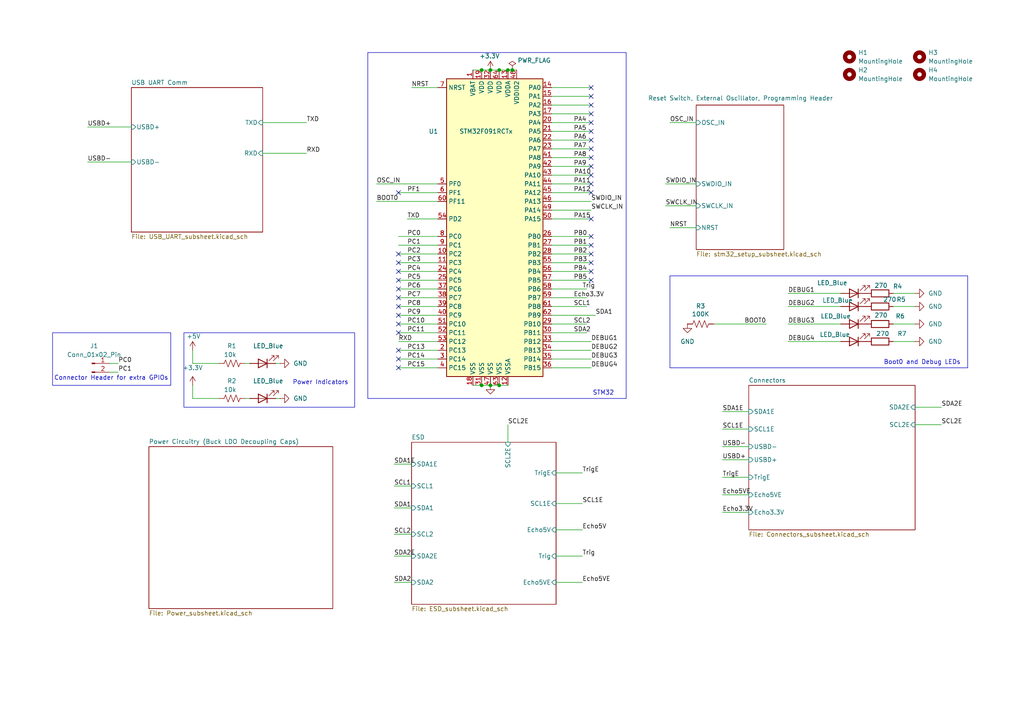
<source format=kicad_sch>
(kicad_sch
	(version 20231120)
	(generator "eeschema")
	(generator_version "8.0")
	(uuid "a0c17764-e0d1-4df5-b871-1489cf266494")
	(paper "A4")
	(lib_symbols
		(symbol "Connector:Conn_01x02_Pin"
			(pin_names
				(offset 1.016) hide)
			(exclude_from_sim no)
			(in_bom yes)
			(on_board yes)
			(property "Reference" "J"
				(at 0 2.54 0)
				(effects
					(font
						(size 1.27 1.27)
					)
				)
			)
			(property "Value" "Conn_01x02_Pin"
				(at 0 -5.08 0)
				(effects
					(font
						(size 1.27 1.27)
					)
				)
			)
			(property "Footprint" ""
				(at 0 0 0)
				(effects
					(font
						(size 1.27 1.27)
					)
					(hide yes)
				)
			)
			(property "Datasheet" "~"
				(at 0 0 0)
				(effects
					(font
						(size 1.27 1.27)
					)
					(hide yes)
				)
			)
			(property "Description" "Generic connector, single row, 01x02, script generated"
				(at 0 0 0)
				(effects
					(font
						(size 1.27 1.27)
					)
					(hide yes)
				)
			)
			(property "ki_locked" ""
				(at 0 0 0)
				(effects
					(font
						(size 1.27 1.27)
					)
				)
			)
			(property "ki_keywords" "connector"
				(at 0 0 0)
				(effects
					(font
						(size 1.27 1.27)
					)
					(hide yes)
				)
			)
			(property "ki_fp_filters" "Connector*:*_1x??_*"
				(at 0 0 0)
				(effects
					(font
						(size 1.27 1.27)
					)
					(hide yes)
				)
			)
			(symbol "Conn_01x02_Pin_1_1"
				(polyline
					(pts
						(xy 1.27 -2.54) (xy 0.8636 -2.54)
					)
					(stroke
						(width 0.1524)
						(type default)
					)
					(fill
						(type none)
					)
				)
				(polyline
					(pts
						(xy 1.27 0) (xy 0.8636 0)
					)
					(stroke
						(width 0.1524)
						(type default)
					)
					(fill
						(type none)
					)
				)
				(rectangle
					(start 0.8636 -2.413)
					(end 0 -2.667)
					(stroke
						(width 0.1524)
						(type default)
					)
					(fill
						(type outline)
					)
				)
				(rectangle
					(start 0.8636 0.127)
					(end 0 -0.127)
					(stroke
						(width 0.1524)
						(type default)
					)
					(fill
						(type outline)
					)
				)
				(pin passive line
					(at 5.08 0 180)
					(length 3.81)
					(name "Pin_1"
						(effects
							(font
								(size 1.27 1.27)
							)
						)
					)
					(number "1"
						(effects
							(font
								(size 1.27 1.27)
							)
						)
					)
				)
				(pin passive line
					(at 5.08 -2.54 180)
					(length 3.81)
					(name "Pin_2"
						(effects
							(font
								(size 1.27 1.27)
							)
						)
					)
					(number "2"
						(effects
							(font
								(size 1.27 1.27)
							)
						)
					)
				)
			)
		)
		(symbol "Device:LED"
			(pin_numbers hide)
			(pin_names
				(offset 1.016) hide)
			(exclude_from_sim no)
			(in_bom yes)
			(on_board yes)
			(property "Reference" "D"
				(at 0 2.54 0)
				(effects
					(font
						(size 1.27 1.27)
					)
				)
			)
			(property "Value" "LED"
				(at 0 -2.54 0)
				(effects
					(font
						(size 1.27 1.27)
					)
				)
			)
			(property "Footprint" ""
				(at 0 0 0)
				(effects
					(font
						(size 1.27 1.27)
					)
					(hide yes)
				)
			)
			(property "Datasheet" "~"
				(at 0 0 0)
				(effects
					(font
						(size 1.27 1.27)
					)
					(hide yes)
				)
			)
			(property "Description" "Light emitting diode"
				(at 0 0 0)
				(effects
					(font
						(size 1.27 1.27)
					)
					(hide yes)
				)
			)
			(property "ki_keywords" "LED diode"
				(at 0 0 0)
				(effects
					(font
						(size 1.27 1.27)
					)
					(hide yes)
				)
			)
			(property "ki_fp_filters" "LED* LED_SMD:* LED_THT:*"
				(at 0 0 0)
				(effects
					(font
						(size 1.27 1.27)
					)
					(hide yes)
				)
			)
			(symbol "LED_0_1"
				(polyline
					(pts
						(xy -1.27 -1.27) (xy -1.27 1.27)
					)
					(stroke
						(width 0.254)
						(type default)
					)
					(fill
						(type none)
					)
				)
				(polyline
					(pts
						(xy -1.27 0) (xy 1.27 0)
					)
					(stroke
						(width 0)
						(type default)
					)
					(fill
						(type none)
					)
				)
				(polyline
					(pts
						(xy 1.27 -1.27) (xy 1.27 1.27) (xy -1.27 0) (xy 1.27 -1.27)
					)
					(stroke
						(width 0.254)
						(type default)
					)
					(fill
						(type none)
					)
				)
				(polyline
					(pts
						(xy -3.048 -0.762) (xy -4.572 -2.286) (xy -3.81 -2.286) (xy -4.572 -2.286) (xy -4.572 -1.524)
					)
					(stroke
						(width 0)
						(type default)
					)
					(fill
						(type none)
					)
				)
				(polyline
					(pts
						(xy -1.778 -0.762) (xy -3.302 -2.286) (xy -2.54 -2.286) (xy -3.302 -2.286) (xy -3.302 -1.524)
					)
					(stroke
						(width 0)
						(type default)
					)
					(fill
						(type none)
					)
				)
			)
			(symbol "LED_1_1"
				(pin passive line
					(at -3.81 0 0)
					(length 2.54)
					(name "K"
						(effects
							(font
								(size 1.27 1.27)
							)
						)
					)
					(number "1"
						(effects
							(font
								(size 1.27 1.27)
							)
						)
					)
				)
				(pin passive line
					(at 3.81 0 180)
					(length 2.54)
					(name "A"
						(effects
							(font
								(size 1.27 1.27)
							)
						)
					)
					(number "2"
						(effects
							(font
								(size 1.27 1.27)
							)
						)
					)
				)
			)
		)
		(symbol "Device:R"
			(pin_numbers hide)
			(pin_names
				(offset 0)
			)
			(exclude_from_sim no)
			(in_bom yes)
			(on_board yes)
			(property "Reference" "R"
				(at 2.032 0 90)
				(effects
					(font
						(size 1.27 1.27)
					)
				)
			)
			(property "Value" "R"
				(at 0 0 90)
				(effects
					(font
						(size 1.27 1.27)
					)
				)
			)
			(property "Footprint" ""
				(at -1.778 0 90)
				(effects
					(font
						(size 1.27 1.27)
					)
					(hide yes)
				)
			)
			(property "Datasheet" "~"
				(at 0 0 0)
				(effects
					(font
						(size 1.27 1.27)
					)
					(hide yes)
				)
			)
			(property "Description" "Resistor"
				(at 0 0 0)
				(effects
					(font
						(size 1.27 1.27)
					)
					(hide yes)
				)
			)
			(property "ki_keywords" "R res resistor"
				(at 0 0 0)
				(effects
					(font
						(size 1.27 1.27)
					)
					(hide yes)
				)
			)
			(property "ki_fp_filters" "R_*"
				(at 0 0 0)
				(effects
					(font
						(size 1.27 1.27)
					)
					(hide yes)
				)
			)
			(symbol "R_0_1"
				(rectangle
					(start -1.016 -2.54)
					(end 1.016 2.54)
					(stroke
						(width 0.254)
						(type default)
					)
					(fill
						(type none)
					)
				)
			)
			(symbol "R_1_1"
				(pin passive line
					(at 0 3.81 270)
					(length 1.27)
					(name "~"
						(effects
							(font
								(size 1.27 1.27)
							)
						)
					)
					(number "1"
						(effects
							(font
								(size 1.27 1.27)
							)
						)
					)
				)
				(pin passive line
					(at 0 -3.81 90)
					(length 1.27)
					(name "~"
						(effects
							(font
								(size 1.27 1.27)
							)
						)
					)
					(number "2"
						(effects
							(font
								(size 1.27 1.27)
							)
						)
					)
				)
			)
		)
		(symbol "Device:R_US"
			(pin_numbers hide)
			(pin_names
				(offset 0)
			)
			(exclude_from_sim no)
			(in_bom yes)
			(on_board yes)
			(property "Reference" "R"
				(at 2.54 0 90)
				(effects
					(font
						(size 1.27 1.27)
					)
				)
			)
			(property "Value" "R_US"
				(at -2.54 0 90)
				(effects
					(font
						(size 1.27 1.27)
					)
				)
			)
			(property "Footprint" ""
				(at 1.016 -0.254 90)
				(effects
					(font
						(size 1.27 1.27)
					)
					(hide yes)
				)
			)
			(property "Datasheet" "~"
				(at 0 0 0)
				(effects
					(font
						(size 1.27 1.27)
					)
					(hide yes)
				)
			)
			(property "Description" "Resistor, US symbol"
				(at 0 0 0)
				(effects
					(font
						(size 1.27 1.27)
					)
					(hide yes)
				)
			)
			(property "ki_keywords" "R res resistor"
				(at 0 0 0)
				(effects
					(font
						(size 1.27 1.27)
					)
					(hide yes)
				)
			)
			(property "ki_fp_filters" "R_*"
				(at 0 0 0)
				(effects
					(font
						(size 1.27 1.27)
					)
					(hide yes)
				)
			)
			(symbol "R_US_0_1"
				(polyline
					(pts
						(xy 0 -2.286) (xy 0 -2.54)
					)
					(stroke
						(width 0)
						(type default)
					)
					(fill
						(type none)
					)
				)
				(polyline
					(pts
						(xy 0 2.286) (xy 0 2.54)
					)
					(stroke
						(width 0)
						(type default)
					)
					(fill
						(type none)
					)
				)
				(polyline
					(pts
						(xy 0 -0.762) (xy 1.016 -1.143) (xy 0 -1.524) (xy -1.016 -1.905) (xy 0 -2.286)
					)
					(stroke
						(width 0)
						(type default)
					)
					(fill
						(type none)
					)
				)
				(polyline
					(pts
						(xy 0 0.762) (xy 1.016 0.381) (xy 0 0) (xy -1.016 -0.381) (xy 0 -0.762)
					)
					(stroke
						(width 0)
						(type default)
					)
					(fill
						(type none)
					)
				)
				(polyline
					(pts
						(xy 0 2.286) (xy 1.016 1.905) (xy 0 1.524) (xy -1.016 1.143) (xy 0 0.762)
					)
					(stroke
						(width 0)
						(type default)
					)
					(fill
						(type none)
					)
				)
			)
			(symbol "R_US_1_1"
				(pin passive line
					(at 0 3.81 270)
					(length 1.27)
					(name "~"
						(effects
							(font
								(size 1.27 1.27)
							)
						)
					)
					(number "1"
						(effects
							(font
								(size 1.27 1.27)
							)
						)
					)
				)
				(pin passive line
					(at 0 -3.81 90)
					(length 1.27)
					(name "~"
						(effects
							(font
								(size 1.27 1.27)
							)
						)
					)
					(number "2"
						(effects
							(font
								(size 1.27 1.27)
							)
						)
					)
				)
			)
		)
		(symbol "MCU_ST_STM32F0:STM32F091RCTx"
			(exclude_from_sim no)
			(in_bom yes)
			(on_board yes)
			(property "Reference" "U"
				(at -15.24 44.45 0)
				(effects
					(font
						(size 1.27 1.27)
					)
					(justify left)
				)
			)
			(property "Value" "STM32F091RCTx"
				(at 7.62 44.45 0)
				(effects
					(font
						(size 1.27 1.27)
					)
					(justify left)
				)
			)
			(property "Footprint" "Package_QFP:LQFP-64_10x10mm_P0.5mm"
				(at -15.24 -43.18 0)
				(effects
					(font
						(size 1.27 1.27)
					)
					(justify right)
					(hide yes)
				)
			)
			(property "Datasheet" "http://www.st.com/st-web-ui/static/active/en/resource/technical/document/datasheet/DM00115237.pdf"
				(at 0 0 0)
				(effects
					(font
						(size 1.27 1.27)
					)
					(hide yes)
				)
			)
			(property "Description" "ARM Cortex-M0 MCU, 256KB flash, 32KB RAM, 48MHz, 2-3.6V, 52 GPIO, LQFP-64"
				(at 0 0 0)
				(effects
					(font
						(size 1.27 1.27)
					)
					(hide yes)
				)
			)
			(property "ki_keywords" "ARM Cortex-M0 STM32F0 STM32F0x1"
				(at 0 0 0)
				(effects
					(font
						(size 1.27 1.27)
					)
					(hide yes)
				)
			)
			(property "ki_fp_filters" "LQFP*10x10mm*P0.5mm*"
				(at 0 0 0)
				(effects
					(font
						(size 1.27 1.27)
					)
					(hide yes)
				)
			)
			(symbol "STM32F091RCTx_0_1"
				(rectangle
					(start -15.24 -43.18)
					(end 12.7 43.18)
					(stroke
						(width 0.254)
						(type default)
					)
					(fill
						(type background)
					)
				)
			)
			(symbol "STM32F091RCTx_1_1"
				(pin power_in line
					(at -7.62 45.72 270)
					(length 2.54)
					(name "VBAT"
						(effects
							(font
								(size 1.27 1.27)
							)
						)
					)
					(number "1"
						(effects
							(font
								(size 1.27 1.27)
							)
						)
					)
				)
				(pin bidirectional line
					(at -17.78 -7.62 0)
					(length 2.54)
					(name "PC2"
						(effects
							(font
								(size 1.27 1.27)
							)
						)
					)
					(number "10"
						(effects
							(font
								(size 1.27 1.27)
							)
						)
					)
				)
				(pin bidirectional line
					(at -17.78 -10.16 0)
					(length 2.54)
					(name "PC3"
						(effects
							(font
								(size 1.27 1.27)
							)
						)
					)
					(number "11"
						(effects
							(font
								(size 1.27 1.27)
							)
						)
					)
				)
				(pin power_in line
					(at 2.54 -45.72 90)
					(length 2.54)
					(name "VSSA"
						(effects
							(font
								(size 1.27 1.27)
							)
						)
					)
					(number "12"
						(effects
							(font
								(size 1.27 1.27)
							)
						)
					)
				)
				(pin power_in line
					(at 2.54 45.72 270)
					(length 2.54)
					(name "VDDA"
						(effects
							(font
								(size 1.27 1.27)
							)
						)
					)
					(number "13"
						(effects
							(font
								(size 1.27 1.27)
							)
						)
					)
				)
				(pin bidirectional line
					(at 15.24 40.64 180)
					(length 2.54)
					(name "PA0"
						(effects
							(font
								(size 1.27 1.27)
							)
						)
					)
					(number "14"
						(effects
							(font
								(size 1.27 1.27)
							)
						)
					)
				)
				(pin bidirectional line
					(at 15.24 38.1 180)
					(length 2.54)
					(name "PA1"
						(effects
							(font
								(size 1.27 1.27)
							)
						)
					)
					(number "15"
						(effects
							(font
								(size 1.27 1.27)
							)
						)
					)
				)
				(pin bidirectional line
					(at 15.24 35.56 180)
					(length 2.54)
					(name "PA2"
						(effects
							(font
								(size 1.27 1.27)
							)
						)
					)
					(number "16"
						(effects
							(font
								(size 1.27 1.27)
							)
						)
					)
				)
				(pin bidirectional line
					(at 15.24 33.02 180)
					(length 2.54)
					(name "PA3"
						(effects
							(font
								(size 1.27 1.27)
							)
						)
					)
					(number "17"
						(effects
							(font
								(size 1.27 1.27)
							)
						)
					)
				)
				(pin power_in line
					(at -7.62 -45.72 90)
					(length 2.54)
					(name "VSS"
						(effects
							(font
								(size 1.27 1.27)
							)
						)
					)
					(number "18"
						(effects
							(font
								(size 1.27 1.27)
							)
						)
					)
				)
				(pin power_in line
					(at -5.08 45.72 270)
					(length 2.54)
					(name "VDD"
						(effects
							(font
								(size 1.27 1.27)
							)
						)
					)
					(number "19"
						(effects
							(font
								(size 1.27 1.27)
							)
						)
					)
				)
				(pin bidirectional line
					(at -17.78 -35.56 0)
					(length 2.54)
					(name "PC13"
						(effects
							(font
								(size 1.27 1.27)
							)
						)
					)
					(number "2"
						(effects
							(font
								(size 1.27 1.27)
							)
						)
					)
				)
				(pin bidirectional line
					(at 15.24 30.48 180)
					(length 2.54)
					(name "PA4"
						(effects
							(font
								(size 1.27 1.27)
							)
						)
					)
					(number "20"
						(effects
							(font
								(size 1.27 1.27)
							)
						)
					)
				)
				(pin bidirectional line
					(at 15.24 27.94 180)
					(length 2.54)
					(name "PA5"
						(effects
							(font
								(size 1.27 1.27)
							)
						)
					)
					(number "21"
						(effects
							(font
								(size 1.27 1.27)
							)
						)
					)
				)
				(pin bidirectional line
					(at 15.24 25.4 180)
					(length 2.54)
					(name "PA6"
						(effects
							(font
								(size 1.27 1.27)
							)
						)
					)
					(number "22"
						(effects
							(font
								(size 1.27 1.27)
							)
						)
					)
				)
				(pin bidirectional line
					(at 15.24 22.86 180)
					(length 2.54)
					(name "PA7"
						(effects
							(font
								(size 1.27 1.27)
							)
						)
					)
					(number "23"
						(effects
							(font
								(size 1.27 1.27)
							)
						)
					)
				)
				(pin bidirectional line
					(at -17.78 -12.7 0)
					(length 2.54)
					(name "PC4"
						(effects
							(font
								(size 1.27 1.27)
							)
						)
					)
					(number "24"
						(effects
							(font
								(size 1.27 1.27)
							)
						)
					)
				)
				(pin bidirectional line
					(at -17.78 -15.24 0)
					(length 2.54)
					(name "PC5"
						(effects
							(font
								(size 1.27 1.27)
							)
						)
					)
					(number "25"
						(effects
							(font
								(size 1.27 1.27)
							)
						)
					)
				)
				(pin bidirectional line
					(at 15.24 -2.54 180)
					(length 2.54)
					(name "PB0"
						(effects
							(font
								(size 1.27 1.27)
							)
						)
					)
					(number "26"
						(effects
							(font
								(size 1.27 1.27)
							)
						)
					)
				)
				(pin bidirectional line
					(at 15.24 -5.08 180)
					(length 2.54)
					(name "PB1"
						(effects
							(font
								(size 1.27 1.27)
							)
						)
					)
					(number "27"
						(effects
							(font
								(size 1.27 1.27)
							)
						)
					)
				)
				(pin bidirectional line
					(at 15.24 -7.62 180)
					(length 2.54)
					(name "PB2"
						(effects
							(font
								(size 1.27 1.27)
							)
						)
					)
					(number "28"
						(effects
							(font
								(size 1.27 1.27)
							)
						)
					)
				)
				(pin bidirectional line
					(at 15.24 -27.94 180)
					(length 2.54)
					(name "PB10"
						(effects
							(font
								(size 1.27 1.27)
							)
						)
					)
					(number "29"
						(effects
							(font
								(size 1.27 1.27)
							)
						)
					)
				)
				(pin bidirectional line
					(at -17.78 -38.1 0)
					(length 2.54)
					(name "PC14"
						(effects
							(font
								(size 1.27 1.27)
							)
						)
					)
					(number "3"
						(effects
							(font
								(size 1.27 1.27)
							)
						)
					)
				)
				(pin bidirectional line
					(at 15.24 -30.48 180)
					(length 2.54)
					(name "PB11"
						(effects
							(font
								(size 1.27 1.27)
							)
						)
					)
					(number "30"
						(effects
							(font
								(size 1.27 1.27)
							)
						)
					)
				)
				(pin power_in line
					(at -5.08 -45.72 90)
					(length 2.54)
					(name "VSS"
						(effects
							(font
								(size 1.27 1.27)
							)
						)
					)
					(number "31"
						(effects
							(font
								(size 1.27 1.27)
							)
						)
					)
				)
				(pin power_in line
					(at -2.54 45.72 270)
					(length 2.54)
					(name "VDD"
						(effects
							(font
								(size 1.27 1.27)
							)
						)
					)
					(number "32"
						(effects
							(font
								(size 1.27 1.27)
							)
						)
					)
				)
				(pin bidirectional line
					(at 15.24 -33.02 180)
					(length 2.54)
					(name "PB12"
						(effects
							(font
								(size 1.27 1.27)
							)
						)
					)
					(number "33"
						(effects
							(font
								(size 1.27 1.27)
							)
						)
					)
				)
				(pin bidirectional line
					(at 15.24 -35.56 180)
					(length 2.54)
					(name "PB13"
						(effects
							(font
								(size 1.27 1.27)
							)
						)
					)
					(number "34"
						(effects
							(font
								(size 1.27 1.27)
							)
						)
					)
				)
				(pin bidirectional line
					(at 15.24 -38.1 180)
					(length 2.54)
					(name "PB14"
						(effects
							(font
								(size 1.27 1.27)
							)
						)
					)
					(number "35"
						(effects
							(font
								(size 1.27 1.27)
							)
						)
					)
				)
				(pin bidirectional line
					(at 15.24 -40.64 180)
					(length 2.54)
					(name "PB15"
						(effects
							(font
								(size 1.27 1.27)
							)
						)
					)
					(number "36"
						(effects
							(font
								(size 1.27 1.27)
							)
						)
					)
				)
				(pin bidirectional line
					(at -17.78 -17.78 0)
					(length 2.54)
					(name "PC6"
						(effects
							(font
								(size 1.27 1.27)
							)
						)
					)
					(number "37"
						(effects
							(font
								(size 1.27 1.27)
							)
						)
					)
				)
				(pin bidirectional line
					(at -17.78 -20.32 0)
					(length 2.54)
					(name "PC7"
						(effects
							(font
								(size 1.27 1.27)
							)
						)
					)
					(number "38"
						(effects
							(font
								(size 1.27 1.27)
							)
						)
					)
				)
				(pin bidirectional line
					(at -17.78 -22.86 0)
					(length 2.54)
					(name "PC8"
						(effects
							(font
								(size 1.27 1.27)
							)
						)
					)
					(number "39"
						(effects
							(font
								(size 1.27 1.27)
							)
						)
					)
				)
				(pin bidirectional line
					(at -17.78 -40.64 0)
					(length 2.54)
					(name "PC15"
						(effects
							(font
								(size 1.27 1.27)
							)
						)
					)
					(number "4"
						(effects
							(font
								(size 1.27 1.27)
							)
						)
					)
				)
				(pin bidirectional line
					(at -17.78 -25.4 0)
					(length 2.54)
					(name "PC9"
						(effects
							(font
								(size 1.27 1.27)
							)
						)
					)
					(number "40"
						(effects
							(font
								(size 1.27 1.27)
							)
						)
					)
				)
				(pin bidirectional line
					(at 15.24 20.32 180)
					(length 2.54)
					(name "PA8"
						(effects
							(font
								(size 1.27 1.27)
							)
						)
					)
					(number "41"
						(effects
							(font
								(size 1.27 1.27)
							)
						)
					)
				)
				(pin bidirectional line
					(at 15.24 17.78 180)
					(length 2.54)
					(name "PA9"
						(effects
							(font
								(size 1.27 1.27)
							)
						)
					)
					(number "42"
						(effects
							(font
								(size 1.27 1.27)
							)
						)
					)
				)
				(pin bidirectional line
					(at 15.24 15.24 180)
					(length 2.54)
					(name "PA10"
						(effects
							(font
								(size 1.27 1.27)
							)
						)
					)
					(number "43"
						(effects
							(font
								(size 1.27 1.27)
							)
						)
					)
				)
				(pin bidirectional line
					(at 15.24 12.7 180)
					(length 2.54)
					(name "PA11"
						(effects
							(font
								(size 1.27 1.27)
							)
						)
					)
					(number "44"
						(effects
							(font
								(size 1.27 1.27)
							)
						)
					)
				)
				(pin bidirectional line
					(at 15.24 10.16 180)
					(length 2.54)
					(name "PA12"
						(effects
							(font
								(size 1.27 1.27)
							)
						)
					)
					(number "45"
						(effects
							(font
								(size 1.27 1.27)
							)
						)
					)
				)
				(pin bidirectional line
					(at 15.24 7.62 180)
					(length 2.54)
					(name "PA13"
						(effects
							(font
								(size 1.27 1.27)
							)
						)
					)
					(number "46"
						(effects
							(font
								(size 1.27 1.27)
							)
						)
					)
				)
				(pin power_in line
					(at -2.54 -45.72 90)
					(length 2.54)
					(name "VSS"
						(effects
							(font
								(size 1.27 1.27)
							)
						)
					)
					(number "47"
						(effects
							(font
								(size 1.27 1.27)
							)
						)
					)
				)
				(pin power_in line
					(at 5.08 45.72 270)
					(length 2.54)
					(name "VDDIO2"
						(effects
							(font
								(size 1.27 1.27)
							)
						)
					)
					(number "48"
						(effects
							(font
								(size 1.27 1.27)
							)
						)
					)
				)
				(pin bidirectional line
					(at 15.24 5.08 180)
					(length 2.54)
					(name "PA14"
						(effects
							(font
								(size 1.27 1.27)
							)
						)
					)
					(number "49"
						(effects
							(font
								(size 1.27 1.27)
							)
						)
					)
				)
				(pin input line
					(at -17.78 12.7 0)
					(length 2.54)
					(name "PF0"
						(effects
							(font
								(size 1.27 1.27)
							)
						)
					)
					(number "5"
						(effects
							(font
								(size 1.27 1.27)
							)
						)
					)
				)
				(pin bidirectional line
					(at 15.24 2.54 180)
					(length 2.54)
					(name "PA15"
						(effects
							(font
								(size 1.27 1.27)
							)
						)
					)
					(number "50"
						(effects
							(font
								(size 1.27 1.27)
							)
						)
					)
				)
				(pin bidirectional line
					(at -17.78 -27.94 0)
					(length 2.54)
					(name "PC10"
						(effects
							(font
								(size 1.27 1.27)
							)
						)
					)
					(number "51"
						(effects
							(font
								(size 1.27 1.27)
							)
						)
					)
				)
				(pin bidirectional line
					(at -17.78 -30.48 0)
					(length 2.54)
					(name "PC11"
						(effects
							(font
								(size 1.27 1.27)
							)
						)
					)
					(number "52"
						(effects
							(font
								(size 1.27 1.27)
							)
						)
					)
				)
				(pin bidirectional line
					(at -17.78 -33.02 0)
					(length 2.54)
					(name "PC12"
						(effects
							(font
								(size 1.27 1.27)
							)
						)
					)
					(number "53"
						(effects
							(font
								(size 1.27 1.27)
							)
						)
					)
				)
				(pin bidirectional line
					(at -17.78 2.54 0)
					(length 2.54)
					(name "PD2"
						(effects
							(font
								(size 1.27 1.27)
							)
						)
					)
					(number "54"
						(effects
							(font
								(size 1.27 1.27)
							)
						)
					)
				)
				(pin bidirectional line
					(at 15.24 -10.16 180)
					(length 2.54)
					(name "PB3"
						(effects
							(font
								(size 1.27 1.27)
							)
						)
					)
					(number "55"
						(effects
							(font
								(size 1.27 1.27)
							)
						)
					)
				)
				(pin bidirectional line
					(at 15.24 -12.7 180)
					(length 2.54)
					(name "PB4"
						(effects
							(font
								(size 1.27 1.27)
							)
						)
					)
					(number "56"
						(effects
							(font
								(size 1.27 1.27)
							)
						)
					)
				)
				(pin bidirectional line
					(at 15.24 -15.24 180)
					(length 2.54)
					(name "PB5"
						(effects
							(font
								(size 1.27 1.27)
							)
						)
					)
					(number "57"
						(effects
							(font
								(size 1.27 1.27)
							)
						)
					)
				)
				(pin bidirectional line
					(at 15.24 -17.78 180)
					(length 2.54)
					(name "PB6"
						(effects
							(font
								(size 1.27 1.27)
							)
						)
					)
					(number "58"
						(effects
							(font
								(size 1.27 1.27)
							)
						)
					)
				)
				(pin bidirectional line
					(at 15.24 -20.32 180)
					(length 2.54)
					(name "PB7"
						(effects
							(font
								(size 1.27 1.27)
							)
						)
					)
					(number "59"
						(effects
							(font
								(size 1.27 1.27)
							)
						)
					)
				)
				(pin input line
					(at -17.78 10.16 0)
					(length 2.54)
					(name "PF1"
						(effects
							(font
								(size 1.27 1.27)
							)
						)
					)
					(number "6"
						(effects
							(font
								(size 1.27 1.27)
							)
						)
					)
				)
				(pin bidirectional line
					(at -17.78 7.62 0)
					(length 2.54)
					(name "PF11"
						(effects
							(font
								(size 1.27 1.27)
							)
						)
					)
					(number "60"
						(effects
							(font
								(size 1.27 1.27)
							)
						)
					)
				)
				(pin bidirectional line
					(at 15.24 -22.86 180)
					(length 2.54)
					(name "PB8"
						(effects
							(font
								(size 1.27 1.27)
							)
						)
					)
					(number "61"
						(effects
							(font
								(size 1.27 1.27)
							)
						)
					)
				)
				(pin bidirectional line
					(at 15.24 -25.4 180)
					(length 2.54)
					(name "PB9"
						(effects
							(font
								(size 1.27 1.27)
							)
						)
					)
					(number "62"
						(effects
							(font
								(size 1.27 1.27)
							)
						)
					)
				)
				(pin power_in line
					(at 0 -45.72 90)
					(length 2.54)
					(name "VSS"
						(effects
							(font
								(size 1.27 1.27)
							)
						)
					)
					(number "63"
						(effects
							(font
								(size 1.27 1.27)
							)
						)
					)
				)
				(pin power_in line
					(at 0 45.72 270)
					(length 2.54)
					(name "VDD"
						(effects
							(font
								(size 1.27 1.27)
							)
						)
					)
					(number "64"
						(effects
							(font
								(size 1.27 1.27)
							)
						)
					)
				)
				(pin input line
					(at -17.78 40.64 0)
					(length 2.54)
					(name "NRST"
						(effects
							(font
								(size 1.27 1.27)
							)
						)
					)
					(number "7"
						(effects
							(font
								(size 1.27 1.27)
							)
						)
					)
				)
				(pin bidirectional line
					(at -17.78 -2.54 0)
					(length 2.54)
					(name "PC0"
						(effects
							(font
								(size 1.27 1.27)
							)
						)
					)
					(number "8"
						(effects
							(font
								(size 1.27 1.27)
							)
						)
					)
				)
				(pin bidirectional line
					(at -17.78 -5.08 0)
					(length 2.54)
					(name "PC1"
						(effects
							(font
								(size 1.27 1.27)
							)
						)
					)
					(number "9"
						(effects
							(font
								(size 1.27 1.27)
							)
						)
					)
				)
			)
		)
		(symbol "Mechanical:MountingHole"
			(pin_names
				(offset 1.016)
			)
			(exclude_from_sim yes)
			(in_bom no)
			(on_board yes)
			(property "Reference" "H"
				(at 0 5.08 0)
				(effects
					(font
						(size 1.27 1.27)
					)
				)
			)
			(property "Value" "MountingHole"
				(at 0 3.175 0)
				(effects
					(font
						(size 1.27 1.27)
					)
				)
			)
			(property "Footprint" ""
				(at 0 0 0)
				(effects
					(font
						(size 1.27 1.27)
					)
					(hide yes)
				)
			)
			(property "Datasheet" "~"
				(at 0 0 0)
				(effects
					(font
						(size 1.27 1.27)
					)
					(hide yes)
				)
			)
			(property "Description" "Mounting Hole without connection"
				(at 0 0 0)
				(effects
					(font
						(size 1.27 1.27)
					)
					(hide yes)
				)
			)
			(property "ki_keywords" "mounting hole"
				(at 0 0 0)
				(effects
					(font
						(size 1.27 1.27)
					)
					(hide yes)
				)
			)
			(property "ki_fp_filters" "MountingHole*"
				(at 0 0 0)
				(effects
					(font
						(size 1.27 1.27)
					)
					(hide yes)
				)
			)
			(symbol "MountingHole_0_1"
				(circle
					(center 0 0)
					(radius 1.27)
					(stroke
						(width 1.27)
						(type default)
					)
					(fill
						(type none)
					)
				)
			)
		)
		(symbol "power:+3.3V"
			(power)
			(pin_numbers hide)
			(pin_names
				(offset 0) hide)
			(exclude_from_sim no)
			(in_bom yes)
			(on_board yes)
			(property "Reference" "#PWR"
				(at 0 -3.81 0)
				(effects
					(font
						(size 1.27 1.27)
					)
					(hide yes)
				)
			)
			(property "Value" "+3.3V"
				(at 0 3.556 0)
				(effects
					(font
						(size 1.27 1.27)
					)
				)
			)
			(property "Footprint" ""
				(at 0 0 0)
				(effects
					(font
						(size 1.27 1.27)
					)
					(hide yes)
				)
			)
			(property "Datasheet" ""
				(at 0 0 0)
				(effects
					(font
						(size 1.27 1.27)
					)
					(hide yes)
				)
			)
			(property "Description" "Power symbol creates a global label with name \"+3.3V\""
				(at 0 0 0)
				(effects
					(font
						(size 1.27 1.27)
					)
					(hide yes)
				)
			)
			(property "ki_keywords" "global power"
				(at 0 0 0)
				(effects
					(font
						(size 1.27 1.27)
					)
					(hide yes)
				)
			)
			(symbol "+3.3V_0_1"
				(polyline
					(pts
						(xy -0.762 1.27) (xy 0 2.54)
					)
					(stroke
						(width 0)
						(type default)
					)
					(fill
						(type none)
					)
				)
				(polyline
					(pts
						(xy 0 0) (xy 0 2.54)
					)
					(stroke
						(width 0)
						(type default)
					)
					(fill
						(type none)
					)
				)
				(polyline
					(pts
						(xy 0 2.54) (xy 0.762 1.27)
					)
					(stroke
						(width 0)
						(type default)
					)
					(fill
						(type none)
					)
				)
			)
			(symbol "+3.3V_1_1"
				(pin power_in line
					(at 0 0 90)
					(length 0)
					(name "~"
						(effects
							(font
								(size 1.27 1.27)
							)
						)
					)
					(number "1"
						(effects
							(font
								(size 1.27 1.27)
							)
						)
					)
				)
			)
		)
		(symbol "power:+5V"
			(power)
			(pin_numbers hide)
			(pin_names
				(offset 0) hide)
			(exclude_from_sim no)
			(in_bom yes)
			(on_board yes)
			(property "Reference" "#PWR"
				(at 0 -3.81 0)
				(effects
					(font
						(size 1.27 1.27)
					)
					(hide yes)
				)
			)
			(property "Value" "+5V"
				(at 0 3.556 0)
				(effects
					(font
						(size 1.27 1.27)
					)
				)
			)
			(property "Footprint" ""
				(at 0 0 0)
				(effects
					(font
						(size 1.27 1.27)
					)
					(hide yes)
				)
			)
			(property "Datasheet" ""
				(at 0 0 0)
				(effects
					(font
						(size 1.27 1.27)
					)
					(hide yes)
				)
			)
			(property "Description" "Power symbol creates a global label with name \"+5V\""
				(at 0 0 0)
				(effects
					(font
						(size 1.27 1.27)
					)
					(hide yes)
				)
			)
			(property "ki_keywords" "global power"
				(at 0 0 0)
				(effects
					(font
						(size 1.27 1.27)
					)
					(hide yes)
				)
			)
			(symbol "+5V_0_1"
				(polyline
					(pts
						(xy -0.762 1.27) (xy 0 2.54)
					)
					(stroke
						(width 0)
						(type default)
					)
					(fill
						(type none)
					)
				)
				(polyline
					(pts
						(xy 0 0) (xy 0 2.54)
					)
					(stroke
						(width 0)
						(type default)
					)
					(fill
						(type none)
					)
				)
				(polyline
					(pts
						(xy 0 2.54) (xy 0.762 1.27)
					)
					(stroke
						(width 0)
						(type default)
					)
					(fill
						(type none)
					)
				)
			)
			(symbol "+5V_1_1"
				(pin power_in line
					(at 0 0 90)
					(length 0)
					(name "~"
						(effects
							(font
								(size 1.27 1.27)
							)
						)
					)
					(number "1"
						(effects
							(font
								(size 1.27 1.27)
							)
						)
					)
				)
			)
		)
		(symbol "power:GND"
			(power)
			(pin_numbers hide)
			(pin_names
				(offset 0) hide)
			(exclude_from_sim no)
			(in_bom yes)
			(on_board yes)
			(property "Reference" "#PWR"
				(at 0 -6.35 0)
				(effects
					(font
						(size 1.27 1.27)
					)
					(hide yes)
				)
			)
			(property "Value" "GND"
				(at 0 -3.81 0)
				(effects
					(font
						(size 1.27 1.27)
					)
				)
			)
			(property "Footprint" ""
				(at 0 0 0)
				(effects
					(font
						(size 1.27 1.27)
					)
					(hide yes)
				)
			)
			(property "Datasheet" ""
				(at 0 0 0)
				(effects
					(font
						(size 1.27 1.27)
					)
					(hide yes)
				)
			)
			(property "Description" "Power symbol creates a global label with name \"GND\" , ground"
				(at 0 0 0)
				(effects
					(font
						(size 1.27 1.27)
					)
					(hide yes)
				)
			)
			(property "ki_keywords" "global power"
				(at 0 0 0)
				(effects
					(font
						(size 1.27 1.27)
					)
					(hide yes)
				)
			)
			(symbol "GND_0_1"
				(polyline
					(pts
						(xy 0 0) (xy 0 -1.27) (xy 1.27 -1.27) (xy 0 -2.54) (xy -1.27 -1.27) (xy 0 -1.27)
					)
					(stroke
						(width 0)
						(type default)
					)
					(fill
						(type none)
					)
				)
			)
			(symbol "GND_1_1"
				(pin power_in line
					(at 0 0 270)
					(length 0)
					(name "~"
						(effects
							(font
								(size 1.27 1.27)
							)
						)
					)
					(number "1"
						(effects
							(font
								(size 1.27 1.27)
							)
						)
					)
				)
			)
		)
		(symbol "power:PWR_FLAG"
			(power)
			(pin_numbers hide)
			(pin_names
				(offset 0) hide)
			(exclude_from_sim no)
			(in_bom yes)
			(on_board yes)
			(property "Reference" "#FLG"
				(at 0 1.905 0)
				(effects
					(font
						(size 1.27 1.27)
					)
					(hide yes)
				)
			)
			(property "Value" "PWR_FLAG"
				(at 0 3.81 0)
				(effects
					(font
						(size 1.27 1.27)
					)
				)
			)
			(property "Footprint" ""
				(at 0 0 0)
				(effects
					(font
						(size 1.27 1.27)
					)
					(hide yes)
				)
			)
			(property "Datasheet" "~"
				(at 0 0 0)
				(effects
					(font
						(size 1.27 1.27)
					)
					(hide yes)
				)
			)
			(property "Description" "Special symbol for telling ERC where power comes from"
				(at 0 0 0)
				(effects
					(font
						(size 1.27 1.27)
					)
					(hide yes)
				)
			)
			(property "ki_keywords" "flag power"
				(at 0 0 0)
				(effects
					(font
						(size 1.27 1.27)
					)
					(hide yes)
				)
			)
			(symbol "PWR_FLAG_0_0"
				(pin power_out line
					(at 0 0 90)
					(length 0)
					(name "~"
						(effects
							(font
								(size 1.27 1.27)
							)
						)
					)
					(number "1"
						(effects
							(font
								(size 1.27 1.27)
							)
						)
					)
				)
			)
			(symbol "PWR_FLAG_0_1"
				(polyline
					(pts
						(xy 0 0) (xy 0 1.27) (xy -1.016 1.905) (xy 0 2.54) (xy 1.016 1.905) (xy 0 1.27)
					)
					(stroke
						(width 0)
						(type default)
					)
					(fill
						(type none)
					)
				)
			)
		)
	)
	(junction
		(at 144.78 20.32)
		(diameter 0)
		(color 0 0 0 0)
		(uuid "07ed0862-4c5d-4382-a39b-e619c68f2592")
	)
	(junction
		(at 148.59 20.32)
		(diameter 0)
		(color 0 0 0 0)
		(uuid "39f12488-6026-4797-92d5-da05d4c9e2b7")
	)
	(junction
		(at 142.24 20.32)
		(diameter 0)
		(color 0 0 0 0)
		(uuid "7a16db53-77ea-49f1-8cb6-85ae9c10c6b3")
	)
	(junction
		(at 139.7 20.32)
		(diameter 0)
		(color 0 0 0 0)
		(uuid "82251ce7-9eb4-468d-870e-04fb20949f64")
	)
	(junction
		(at 142.24 111.76)
		(diameter 0)
		(color 0 0 0 0)
		(uuid "be81b404-8451-4e33-a3c9-b3736dc64ec2")
	)
	(junction
		(at 147.32 20.32)
		(diameter 0)
		(color 0 0 0 0)
		(uuid "da9b705e-78e0-4a70-b01c-0491deec3ba5")
	)
	(junction
		(at 144.78 111.76)
		(diameter 0)
		(color 0 0 0 0)
		(uuid "f6e17eb7-b09c-41cf-872e-b80c9f7a589a")
	)
	(junction
		(at 139.7 111.76)
		(diameter 0)
		(color 0 0 0 0)
		(uuid "fa373e92-bbe5-4b5d-aac5-d61afba7c4f7")
	)
	(no_connect
		(at 171.45 76.2)
		(uuid "007fe6a5-2959-49f6-a7b6-c79f36c46954")
	)
	(no_connect
		(at 115.57 88.9)
		(uuid "03ee26d4-95c7-47c2-95b1-190561ee5810")
	)
	(no_connect
		(at 115.57 96.52)
		(uuid "0f9837bf-ae1e-4a7c-b5a2-a940469703d2")
	)
	(no_connect
		(at 115.57 91.44)
		(uuid "119c00a6-b97c-43bd-9253-f5ad1f157dbd")
	)
	(no_connect
		(at 115.57 104.14)
		(uuid "132b2874-ba56-45da-99f7-305dcb4eed5c")
	)
	(no_connect
		(at 171.45 43.18)
		(uuid "15aba134-cdca-4809-866b-4dafecdc3215")
	)
	(no_connect
		(at 115.57 76.2)
		(uuid "19d7b4da-013c-4ff9-800e-559fdbec51a9")
	)
	(no_connect
		(at 115.57 83.82)
		(uuid "216e5a42-c157-4c6c-b9a5-03f7bcf8b5a9")
	)
	(no_connect
		(at 115.57 73.66)
		(uuid "22f91887-d2ea-43c8-b3c9-2cd6234a291b")
	)
	(no_connect
		(at 115.57 101.6)
		(uuid "2a4bd957-3460-4bf8-afa2-0a7ccbac1fe0")
	)
	(no_connect
		(at 115.57 81.28)
		(uuid "2c13dc37-57f6-4219-9897-0b84e468ced7")
	)
	(no_connect
		(at 171.45 38.1)
		(uuid "38557827-41b7-431b-ab9c-d0c48e499b90")
	)
	(no_connect
		(at 171.45 53.34)
		(uuid "3f071d2b-26e8-4d1c-b54b-97c247a833a7")
	)
	(no_connect
		(at 171.45 48.26)
		(uuid "511ea25f-c1a9-4165-be42-b5323f63d8a4")
	)
	(no_connect
		(at 171.45 30.48)
		(uuid "5582ca24-fd35-47dd-b033-6de2717489cf")
	)
	(no_connect
		(at 115.57 78.74)
		(uuid "5abab6e2-df15-489a-9024-c86e73e5d02c")
	)
	(no_connect
		(at 115.57 106.68)
		(uuid "5dd22908-8af1-4501-b256-e6f9d5d5088f")
	)
	(no_connect
		(at 115.57 93.98)
		(uuid "74f535b4-7bd6-4266-8615-0bcfa141b30d")
	)
	(no_connect
		(at 171.45 55.88)
		(uuid "7cf189c1-8f69-4588-940c-d5769401e8fb")
	)
	(no_connect
		(at 171.45 25.4)
		(uuid "865a2833-0593-4267-8bd7-2922ed40602b")
	)
	(no_connect
		(at 171.45 40.64)
		(uuid "94e33d79-24af-46b2-a6cf-7f3947369647")
	)
	(no_connect
		(at 115.57 55.88)
		(uuid "9d107897-6541-4f8f-a8e4-c5d18e7dc822")
	)
	(no_connect
		(at 171.45 35.56)
		(uuid "ab92c857-fbb5-444a-b918-1f09ad2594e0")
	)
	(no_connect
		(at 171.45 27.94)
		(uuid "b28dab11-0f15-4548-b1ac-149cf10444f4")
	)
	(no_connect
		(at 171.45 81.28)
		(uuid "baa9913f-140d-4e38-942a-c10fb2746749")
	)
	(no_connect
		(at 171.45 63.5)
		(uuid "bfc4f0a9-8e9a-47b6-a48d-5976f9e2814f")
	)
	(no_connect
		(at 171.45 73.66)
		(uuid "c1b1c196-515d-46f1-9134-c147688e83c7")
	)
	(no_connect
		(at 171.45 71.12)
		(uuid "cb06fa1e-28e3-4766-ac2e-f505d809020a")
	)
	(no_connect
		(at 115.57 86.36)
		(uuid "d16e7e3a-2906-46fb-b2c3-2f07b1f66ead")
	)
	(no_connect
		(at 171.45 45.72)
		(uuid "d51318d7-e97a-44fe-855c-a753fbdd2866")
	)
	(no_connect
		(at 171.45 68.58)
		(uuid "d670ad2c-b2c8-4e0f-9af0-be91cb229b59")
	)
	(no_connect
		(at 171.45 50.8)
		(uuid "dd63911c-faa8-4d51-81be-b029605c1012")
	)
	(no_connect
		(at 171.45 78.74)
		(uuid "ec5cea11-5e22-47e5-8f43-555cdd7fcedb")
	)
	(no_connect
		(at 171.45 33.02)
		(uuid "fbaa2ed6-f2f4-4d02-a393-68f79c27fedc")
	)
	(wire
		(pts
			(xy 55.88 111.76) (xy 55.88 115.57)
		)
		(stroke
			(width 0)
			(type default)
		)
		(uuid "03b1ec3d-3c98-4870-9c20-dbdf544f0c24")
	)
	(wire
		(pts
			(xy 25.4 36.83) (xy 38.1 36.83)
		)
		(stroke
			(width 0)
			(type default)
		)
		(uuid "04b7be5a-7b58-434d-a78a-76f07eb9c466")
	)
	(wire
		(pts
			(xy 194.31 35.56) (xy 201.93 35.56)
		)
		(stroke
			(width 0)
			(type default)
		)
		(uuid "078af5ec-ff1f-4a34-a4bb-b09a19aa38f8")
	)
	(wire
		(pts
			(xy 160.02 106.68) (xy 171.45 106.68)
		)
		(stroke
			(width 0)
			(type default)
		)
		(uuid "1429903a-4b81-479f-a6a3-1a66cca930cb")
	)
	(wire
		(pts
			(xy 160.02 58.42) (xy 171.45 58.42)
		)
		(stroke
			(width 0)
			(type default)
		)
		(uuid "1594605b-fbb5-4ecf-b575-63cf96fb6384")
	)
	(wire
		(pts
			(xy 144.78 111.76) (xy 147.32 111.76)
		)
		(stroke
			(width 0)
			(type default)
		)
		(uuid "185921f1-91f0-47fd-a7a0-ee8554d7e082")
	)
	(wire
		(pts
			(xy 119.38 25.4) (xy 127 25.4)
		)
		(stroke
			(width 0)
			(type default)
		)
		(uuid "1f1bfa10-d1ef-4695-ad02-7a8f3f75a442")
	)
	(wire
		(pts
			(xy 160.02 25.4) (xy 171.45 25.4)
		)
		(stroke
			(width 0)
			(type default)
		)
		(uuid "2378e492-ee41-4f1f-877d-409f6849f96e")
	)
	(wire
		(pts
			(xy 160.02 76.2) (xy 171.45 76.2)
		)
		(stroke
			(width 0)
			(type default)
		)
		(uuid "251674b3-3d23-4fe5-9f17-f30c1d5b15b1")
	)
	(wire
		(pts
			(xy 160.02 55.88) (xy 171.45 55.88)
		)
		(stroke
			(width 0)
			(type default)
		)
		(uuid "257e8a02-df5b-4be0-9ceb-2e53f5a11781")
	)
	(wire
		(pts
			(xy 114.3 147.32) (xy 119.38 147.32)
		)
		(stroke
			(width 0)
			(type default)
		)
		(uuid "269518b7-b0c9-4915-b695-cbd4effb9e7d")
	)
	(wire
		(pts
			(xy 72.39 115.57) (xy 71.12 115.57)
		)
		(stroke
			(width 0)
			(type default)
		)
		(uuid "273ba0b2-42bb-46b8-b513-99c332162afc")
	)
	(wire
		(pts
			(xy 160.02 81.28) (xy 171.45 81.28)
		)
		(stroke
			(width 0)
			(type default)
		)
		(uuid "28271646-f811-4a95-8374-66e58cd5979c")
	)
	(wire
		(pts
			(xy 31.75 107.95) (xy 34.29 107.95)
		)
		(stroke
			(width 0)
			(type default)
		)
		(uuid "29390791-74d4-49fd-8035-bad3bd9e6fe7")
	)
	(wire
		(pts
			(xy 109.22 58.42) (xy 127 58.42)
		)
		(stroke
			(width 0)
			(type default)
		)
		(uuid "29409d96-ad05-4fa6-b2d0-88357254d52c")
	)
	(wire
		(pts
			(xy 81.28 115.57) (xy 80.01 115.57)
		)
		(stroke
			(width 0)
			(type default)
		)
		(uuid "29e99f8d-17f4-4ae9-b5f8-b9c6ddc66fb1")
	)
	(wire
		(pts
			(xy 127 93.98) (xy 115.57 93.98)
		)
		(stroke
			(width 0)
			(type default)
		)
		(uuid "2aace191-827c-4e89-a309-2c3dbfe454e5")
	)
	(wire
		(pts
			(xy 161.29 153.67) (xy 168.91 153.67)
		)
		(stroke
			(width 0)
			(type default)
		)
		(uuid "2d1b20aa-31e7-4520-9f88-7005874e8335")
	)
	(wire
		(pts
			(xy 160.02 60.96) (xy 171.45 60.96)
		)
		(stroke
			(width 0)
			(type default)
		)
		(uuid "2db8a558-b774-435e-944f-eaa2cd978018")
	)
	(wire
		(pts
			(xy 139.7 20.32) (xy 142.24 20.32)
		)
		(stroke
			(width 0)
			(type default)
		)
		(uuid "30758acb-66cf-457d-9b2a-12ea2c2ccdbd")
	)
	(wire
		(pts
			(xy 142.24 20.32) (xy 144.78 20.32)
		)
		(stroke
			(width 0)
			(type default)
		)
		(uuid "349af014-73a7-4bd1-ae9a-32b3233ffab1")
	)
	(wire
		(pts
			(xy 228.6 88.9) (xy 243.84 88.9)
		)
		(stroke
			(width 0)
			(type default)
		)
		(uuid "3541c186-2096-4bc2-94f5-079ad9f476d1")
	)
	(wire
		(pts
			(xy 139.7 111.76) (xy 142.24 111.76)
		)
		(stroke
			(width 0)
			(type default)
		)
		(uuid "37d425f5-ae57-4425-81eb-3a69b4b3898e")
	)
	(wire
		(pts
			(xy 209.55 119.38) (xy 217.17 119.38)
		)
		(stroke
			(width 0)
			(type default)
		)
		(uuid "3fcc28a5-25ee-44d4-b14f-60050b44747f")
	)
	(wire
		(pts
			(xy 194.31 66.04) (xy 201.93 66.04)
		)
		(stroke
			(width 0)
			(type default)
		)
		(uuid "406d2f43-e43e-474b-ba26-6ec47bb8a5aa")
	)
	(wire
		(pts
			(xy 127 68.58) (xy 115.57 68.58)
		)
		(stroke
			(width 0)
			(type default)
		)
		(uuid "40ae159c-87d0-4836-9055-fa46f9e62448")
	)
	(wire
		(pts
			(xy 144.78 20.32) (xy 147.32 20.32)
		)
		(stroke
			(width 0)
			(type default)
		)
		(uuid "4269aaf6-100f-463f-9a91-f051d38b2dfc")
	)
	(wire
		(pts
			(xy 160.02 68.58) (xy 171.45 68.58)
		)
		(stroke
			(width 0)
			(type default)
		)
		(uuid "429b6bf7-16e2-4da4-a0ea-d2727519c9ee")
	)
	(wire
		(pts
			(xy 160.02 43.18) (xy 171.45 43.18)
		)
		(stroke
			(width 0)
			(type default)
		)
		(uuid "42f72724-c0be-48fe-a82b-c6fa8f7a6086")
	)
	(wire
		(pts
			(xy 127 104.14) (xy 115.57 104.14)
		)
		(stroke
			(width 0)
			(type default)
		)
		(uuid "47848d32-0b3f-46a2-bf03-71bbd116ac19")
	)
	(wire
		(pts
			(xy 31.75 105.41) (xy 34.29 105.41)
		)
		(stroke
			(width 0)
			(type default)
		)
		(uuid "4b230575-5ed1-4aea-a9b4-1344b301b7a0")
	)
	(wire
		(pts
			(xy 160.02 104.14) (xy 171.45 104.14)
		)
		(stroke
			(width 0)
			(type default)
		)
		(uuid "4bcae8ff-8abf-4786-98e5-fa46da493c56")
	)
	(wire
		(pts
			(xy 137.16 111.76) (xy 139.7 111.76)
		)
		(stroke
			(width 0)
			(type default)
		)
		(uuid "4cd5c8f6-f650-4dbd-99b1-84f598d32197")
	)
	(wire
		(pts
			(xy 161.29 161.29) (xy 168.91 161.29)
		)
		(stroke
			(width 0)
			(type default)
		)
		(uuid "5b0fa19e-8171-4972-8345-b17557398c0a")
	)
	(wire
		(pts
			(xy 209.55 143.51) (xy 217.17 143.51)
		)
		(stroke
			(width 0)
			(type default)
		)
		(uuid "5bb5d1db-5fd1-41da-95d9-61d53223625e")
	)
	(wire
		(pts
			(xy 160.02 33.02) (xy 171.45 33.02)
		)
		(stroke
			(width 0)
			(type default)
		)
		(uuid "5c7dff16-01ce-4142-88cd-c10e92a0457b")
	)
	(wire
		(pts
			(xy 209.55 129.54) (xy 217.17 129.54)
		)
		(stroke
			(width 0)
			(type default)
		)
		(uuid "5f334b9d-c734-4721-b007-55db02395559")
	)
	(wire
		(pts
			(xy 118.11 63.5) (xy 127 63.5)
		)
		(stroke
			(width 0)
			(type default)
		)
		(uuid "5fa1adec-e366-456e-b4ef-9b0f5efb64c6")
	)
	(wire
		(pts
			(xy 160.02 86.36) (xy 170.18 86.36)
		)
		(stroke
			(width 0)
			(type default)
		)
		(uuid "60009c25-1a7b-4aed-b4b4-9e2e762a1658")
	)
	(wire
		(pts
			(xy 160.02 48.26) (xy 171.45 48.26)
		)
		(stroke
			(width 0)
			(type default)
		)
		(uuid "60715568-7372-407c-8f4d-c214897258cc")
	)
	(wire
		(pts
			(xy 76.2 35.56) (xy 88.9 35.56)
		)
		(stroke
			(width 0)
			(type default)
		)
		(uuid "61bdeca8-e4c2-48a3-a636-52f59bd88d97")
	)
	(wire
		(pts
			(xy 115.57 99.06) (xy 127 99.06)
		)
		(stroke
			(width 0)
			(type default)
		)
		(uuid "630a2574-97e4-403b-94a5-b981267ba6e4")
	)
	(wire
		(pts
			(xy 127 81.28) (xy 115.57 81.28)
		)
		(stroke
			(width 0)
			(type default)
		)
		(uuid "646c12fd-e9a7-4928-9618-a5e59387f207")
	)
	(wire
		(pts
			(xy 127 71.12) (xy 115.57 71.12)
		)
		(stroke
			(width 0)
			(type default)
		)
		(uuid "6ab23312-437f-4733-b784-d6e0266cd967")
	)
	(wire
		(pts
			(xy 259.08 93.98) (xy 265.43 93.98)
		)
		(stroke
			(width 0)
			(type default)
		)
		(uuid "6b94838a-4fcf-4708-aebb-b1e7a2a3e595")
	)
	(wire
		(pts
			(xy 127 73.66) (xy 115.57 73.66)
		)
		(stroke
			(width 0)
			(type default)
		)
		(uuid "6cd2297a-c0cc-4476-8bb2-faae2d937f01")
	)
	(wire
		(pts
			(xy 160.02 91.44) (xy 172.72 91.44)
		)
		(stroke
			(width 0)
			(type default)
		)
		(uuid "70c1b681-04a1-42c9-ab5d-c6b3836b3be0")
	)
	(wire
		(pts
			(xy 127 55.88) (xy 115.57 55.88)
		)
		(stroke
			(width 0)
			(type default)
		)
		(uuid "73313647-e94b-48c9-9a26-517b2a53ba49")
	)
	(wire
		(pts
			(xy 160.02 45.72) (xy 171.45 45.72)
		)
		(stroke
			(width 0)
			(type default)
		)
		(uuid "75698fa3-7631-474c-92b4-d993f44ff157")
	)
	(wire
		(pts
			(xy 161.29 146.05) (xy 168.91 146.05)
		)
		(stroke
			(width 0)
			(type default)
		)
		(uuid "7741360b-311b-466f-a113-9f059d1f2d6b")
	)
	(wire
		(pts
			(xy 160.02 99.06) (xy 171.45 99.06)
		)
		(stroke
			(width 0)
			(type default)
		)
		(uuid "77cdf12f-b842-4c37-85e8-24c71e55817c")
	)
	(wire
		(pts
			(xy 114.3 154.94) (xy 119.38 154.94)
		)
		(stroke
			(width 0)
			(type default)
		)
		(uuid "77dfe95b-9661-4127-8924-8782bef4e0a3")
	)
	(wire
		(pts
			(xy 160.02 78.74) (xy 171.45 78.74)
		)
		(stroke
			(width 0)
			(type default)
		)
		(uuid "78f801dc-a346-47ec-bcb5-867564dbeed6")
	)
	(wire
		(pts
			(xy 259.08 88.9) (xy 265.43 88.9)
		)
		(stroke
			(width 0)
			(type default)
		)
		(uuid "7ccbc637-fe37-44b3-9d23-bb0f50970195")
	)
	(wire
		(pts
			(xy 160.02 63.5) (xy 171.45 63.5)
		)
		(stroke
			(width 0)
			(type default)
		)
		(uuid "7f09507f-d69d-49dc-9e5c-efbce47db96d")
	)
	(wire
		(pts
			(xy 127 88.9) (xy 115.57 88.9)
		)
		(stroke
			(width 0)
			(type default)
		)
		(uuid "7fd3fb8e-45ac-4cae-a64e-55541c138be2")
	)
	(wire
		(pts
			(xy 127 53.34) (xy 109.22 53.34)
		)
		(stroke
			(width 0)
			(type default)
		)
		(uuid "891d8959-0f4a-41dc-9227-1d9b84d87744")
	)
	(wire
		(pts
			(xy 76.2 44.45) (xy 88.9 44.45)
		)
		(stroke
			(width 0)
			(type default)
		)
		(uuid "899c72c1-ddff-425e-a0f7-90444a4bd354")
	)
	(wire
		(pts
			(xy 160.02 71.12) (xy 171.45 71.12)
		)
		(stroke
			(width 0)
			(type default)
		)
		(uuid "8b928f71-b725-46b3-8a6a-8baa2c7c3362")
	)
	(wire
		(pts
			(xy 160.02 53.34) (xy 171.45 53.34)
		)
		(stroke
			(width 0)
			(type default)
		)
		(uuid "9140d3a0-3ac3-4451-bccb-3a80d30ac59e")
	)
	(wire
		(pts
			(xy 127 96.52) (xy 115.57 96.52)
		)
		(stroke
			(width 0)
			(type default)
		)
		(uuid "9a04a23e-22dc-418e-b0b4-3b5d795314ed")
	)
	(wire
		(pts
			(xy 228.6 85.09) (xy 243.84 85.09)
		)
		(stroke
			(width 0)
			(type default)
		)
		(uuid "9c554a00-af8b-4423-b2f7-054b31650483")
	)
	(wire
		(pts
			(xy 265.43 118.11) (xy 273.05 118.11)
		)
		(stroke
			(width 0)
			(type default)
		)
		(uuid "9dd39cdf-bec8-4ccb-bf61-2ee7daf30a3d")
	)
	(wire
		(pts
			(xy 259.08 85.09) (xy 265.43 85.09)
		)
		(stroke
			(width 0)
			(type default)
		)
		(uuid "9f818a19-4367-4cda-9700-7d71eaa587ee")
	)
	(wire
		(pts
			(xy 161.29 137.16) (xy 168.91 137.16)
		)
		(stroke
			(width 0)
			(type default)
		)
		(uuid "a2fb0cb4-1fc2-46f2-a295-372c91dc065a")
	)
	(wire
		(pts
			(xy 127 78.74) (xy 115.57 78.74)
		)
		(stroke
			(width 0)
			(type default)
		)
		(uuid "a6eaeea1-dd45-4aed-be86-10890c8fd757")
	)
	(wire
		(pts
			(xy 160.02 27.94) (xy 171.45 27.94)
		)
		(stroke
			(width 0)
			(type default)
		)
		(uuid "aaa61b2b-8d1b-464a-b3f2-4de40cd0ab3d")
	)
	(wire
		(pts
			(xy 265.43 123.19) (xy 273.05 123.19)
		)
		(stroke
			(width 0)
			(type default)
		)
		(uuid "ad6c4907-6817-40aa-83a3-597e504dccdb")
	)
	(wire
		(pts
			(xy 209.55 138.43) (xy 217.17 138.43)
		)
		(stroke
			(width 0)
			(type default)
		)
		(uuid "ad92eef4-990a-443f-90e8-8ec82d281269")
	)
	(wire
		(pts
			(xy 228.6 93.98) (xy 243.84 93.98)
		)
		(stroke
			(width 0)
			(type default)
		)
		(uuid "aeddb61e-4f5c-41d7-80b5-95f7079aba16")
	)
	(wire
		(pts
			(xy 127 91.44) (xy 115.57 91.44)
		)
		(stroke
			(width 0)
			(type default)
		)
		(uuid "b1dd2d0a-a827-4f3c-b71d-377840d215bb")
	)
	(wire
		(pts
			(xy 161.29 168.91) (xy 168.91 168.91)
		)
		(stroke
			(width 0)
			(type default)
		)
		(uuid "b59fd648-2e61-4489-934b-2474b382f41b")
	)
	(wire
		(pts
			(xy 127 83.82) (xy 115.57 83.82)
		)
		(stroke
			(width 0)
			(type default)
		)
		(uuid "b879f570-18c9-42d1-a3f4-637b94c20d35")
	)
	(wire
		(pts
			(xy 160.02 50.8) (xy 171.45 50.8)
		)
		(stroke
			(width 0)
			(type default)
		)
		(uuid "b9c2b6d5-ba35-423e-ab74-98706ebfac20")
	)
	(wire
		(pts
			(xy 193.04 59.69) (xy 201.93 59.69)
		)
		(stroke
			(width 0)
			(type default)
		)
		(uuid "b9c8fd97-1525-4059-8daa-a4fe3c313836")
	)
	(wire
		(pts
			(xy 160.02 93.98) (xy 170.18 93.98)
		)
		(stroke
			(width 0)
			(type default)
		)
		(uuid "ba807372-38f3-4631-b62d-de5c74b2ef00")
	)
	(wire
		(pts
			(xy 259.08 99.06) (xy 265.43 99.06)
		)
		(stroke
			(width 0)
			(type default)
		)
		(uuid "bf403f2c-010b-43d0-b3a1-2405afed7528")
	)
	(wire
		(pts
			(xy 81.28 105.41) (xy 80.01 105.41)
		)
		(stroke
			(width 0)
			(type default)
		)
		(uuid "c15ba3bc-4d54-460f-8d27-8cfb43c17303")
	)
	(wire
		(pts
			(xy 160.02 88.9) (xy 170.18 88.9)
		)
		(stroke
			(width 0)
			(type default)
		)
		(uuid "c34167c2-a45b-4374-b492-44d482caf1b8")
	)
	(wire
		(pts
			(xy 63.5 115.57) (xy 55.88 115.57)
		)
		(stroke
			(width 0)
			(type default)
		)
		(uuid "c5dbfd78-b9cb-4832-92c5-d1e3831ea3ae")
	)
	(wire
		(pts
			(xy 209.55 133.35) (xy 217.17 133.35)
		)
		(stroke
			(width 0)
			(type default)
		)
		(uuid "c6349b01-285a-47fd-8efb-ecc2b33b9518")
	)
	(wire
		(pts
			(xy 228.6 99.06) (xy 243.84 99.06)
		)
		(stroke
			(width 0)
			(type default)
		)
		(uuid "c648fa96-098b-403a-8075-ea8e2515b48c")
	)
	(wire
		(pts
			(xy 209.55 124.46) (xy 217.17 124.46)
		)
		(stroke
			(width 0)
			(type default)
		)
		(uuid "c8b18e32-a55f-4015-9aa7-97933a7c41c6")
	)
	(wire
		(pts
			(xy 209.55 148.59) (xy 217.17 148.59)
		)
		(stroke
			(width 0)
			(type default)
		)
		(uuid "c9a773c5-2aac-4c26-9ad2-38efe186acc2")
	)
	(wire
		(pts
			(xy 127 86.36) (xy 115.57 86.36)
		)
		(stroke
			(width 0)
			(type default)
		)
		(uuid "cb42c7c7-c231-43b9-943a-e51b1149dfcf")
	)
	(wire
		(pts
			(xy 114.3 168.91) (xy 119.38 168.91)
		)
		(stroke
			(width 0)
			(type default)
		)
		(uuid "d19eba44-5c97-429c-a041-1286a151c325")
	)
	(wire
		(pts
			(xy 63.5 105.41) (xy 55.88 105.41)
		)
		(stroke
			(width 0)
			(type default)
		)
		(uuid "d6342a97-712f-4413-8386-b96cc63a221d")
	)
	(wire
		(pts
			(xy 160.02 30.48) (xy 171.45 30.48)
		)
		(stroke
			(width 0)
			(type default)
		)
		(uuid "da3c08cb-71d7-4aa2-8f76-d760c286c398")
	)
	(wire
		(pts
			(xy 114.3 161.29) (xy 119.38 161.29)
		)
		(stroke
			(width 0)
			(type default)
		)
		(uuid "dcbc0328-642c-46eb-97df-0668bb746955")
	)
	(wire
		(pts
			(xy 160.02 40.64) (xy 171.45 40.64)
		)
		(stroke
			(width 0)
			(type default)
		)
		(uuid "dd4aadc1-75b6-4c60-8004-c93dc2fd042b")
	)
	(wire
		(pts
			(xy 160.02 83.82) (xy 170.18 83.82)
		)
		(stroke
			(width 0)
			(type default)
		)
		(uuid "ded6e44a-bb91-4246-b901-44c076a683b9")
	)
	(wire
		(pts
			(xy 160.02 101.6) (xy 171.45 101.6)
		)
		(stroke
			(width 0)
			(type default)
		)
		(uuid "e20ed5fd-37c6-4a1d-adb0-8cdd5200e7ce")
	)
	(wire
		(pts
			(xy 25.4 46.99) (xy 38.1 46.99)
		)
		(stroke
			(width 0)
			(type default)
		)
		(uuid "e38993b1-e32e-4674-94c5-bd84bbf6ad9a")
	)
	(wire
		(pts
			(xy 55.88 101.6) (xy 55.88 105.41)
		)
		(stroke
			(width 0)
			(type default)
		)
		(uuid "e4816559-3b82-425a-974c-13d4923789dd")
	)
	(wire
		(pts
			(xy 142.24 111.76) (xy 144.78 111.76)
		)
		(stroke
			(width 0)
			(type default)
		)
		(uuid "e656aca5-99ed-4d68-9b06-07f83ae73138")
	)
	(wire
		(pts
			(xy 114.3 140.97) (xy 119.38 140.97)
		)
		(stroke
			(width 0)
			(type default)
		)
		(uuid "eb951b2c-e038-46d3-a8dc-47d8307eaf5e")
	)
	(wire
		(pts
			(xy 147.32 20.32) (xy 148.59 20.32)
		)
		(stroke
			(width 0)
			(type default)
		)
		(uuid "ef4a2cf5-6fde-4b19-a04f-7693942ed870")
	)
	(wire
		(pts
			(xy 137.16 20.32) (xy 139.7 20.32)
		)
		(stroke
			(width 0)
			(type default)
		)
		(uuid "f150d993-5e30-4c25-8c0a-6991db806f23")
	)
	(wire
		(pts
			(xy 207.01 93.98) (xy 222.25 93.98)
		)
		(stroke
			(width 0)
			(type default)
		)
		(uuid "f4003c3a-d4e1-4879-9cf6-62e7003ad098")
	)
	(wire
		(pts
			(xy 127 76.2) (xy 115.57 76.2)
		)
		(stroke
			(width 0)
			(type default)
		)
		(uuid "f4d44c10-9b4e-4397-ae1a-829e39eb1db6")
	)
	(wire
		(pts
			(xy 160.02 96.52) (xy 170.18 96.52)
		)
		(stroke
			(width 0)
			(type default)
		)
		(uuid "f4d9e3aa-2dda-4e67-83ac-40b9622d5be9")
	)
	(wire
		(pts
			(xy 114.3 134.62) (xy 119.38 134.62)
		)
		(stroke
			(width 0)
			(type default)
		)
		(uuid "f52493ec-2ba0-4223-ac06-1f4efb15ea93")
	)
	(wire
		(pts
			(xy 160.02 73.66) (xy 171.45 73.66)
		)
		(stroke
			(width 0)
			(type default)
		)
		(uuid "f539981c-0447-43ad-8923-9e4069f135ad")
	)
	(wire
		(pts
			(xy 127 101.6) (xy 115.57 101.6)
		)
		(stroke
			(width 0)
			(type default)
		)
		(uuid "f5eead6c-e748-42d9-8b07-e659739ef891")
	)
	(wire
		(pts
			(xy 148.59 20.32) (xy 149.86 20.32)
		)
		(stroke
			(width 0)
			(type default)
		)
		(uuid "f941da21-711e-4d7b-abb1-5c75a7caed7b")
	)
	(wire
		(pts
			(xy 72.39 105.41) (xy 71.12 105.41)
		)
		(stroke
			(width 0)
			(type default)
		)
		(uuid "fa15def9-416e-42fc-b8de-11b614d83b4d")
	)
	(wire
		(pts
			(xy 147.32 123.19) (xy 147.32 128.27)
		)
		(stroke
			(width 0)
			(type default)
		)
		(uuid "fb68edde-c679-4935-a9e6-7c11e86e45b6")
	)
	(wire
		(pts
			(xy 193.04 53.34) (xy 201.93 53.34)
		)
		(stroke
			(width 0)
			(type default)
		)
		(uuid "fbb365d0-898e-42d7-b5f5-da8d6f7f3af5")
	)
	(wire
		(pts
			(xy 160.02 38.1) (xy 171.45 38.1)
		)
		(stroke
			(width 0)
			(type default)
		)
		(uuid "fbfc9d59-d035-4071-933d-c8d2b31d09b8")
	)
	(wire
		(pts
			(xy 127 106.68) (xy 115.57 106.68)
		)
		(stroke
			(width 0)
			(type default)
		)
		(uuid "fce8c94f-1915-49b0-9fa8-2cfc3e2e483e")
	)
	(wire
		(pts
			(xy 160.02 35.56) (xy 171.45 35.56)
		)
		(stroke
			(width 0)
			(type default)
		)
		(uuid "fd1ce075-7380-49ef-a85d-30a2130d94b8")
	)
	(rectangle
		(start 15.24 96.52)
		(end 49.53 111.76)
		(stroke
			(width 0)
			(type default)
		)
		(fill
			(type none)
		)
		(uuid 83b1c311-c4ff-492d-9ada-34e840b809d5)
	)
	(rectangle
		(start 194.31 80.01)
		(end 280.67 106.68)
		(stroke
			(width 0)
			(type default)
		)
		(fill
			(type none)
		)
		(uuid d8b9a8eb-146f-49e7-9729-b69dbdc8f239)
	)
	(rectangle
		(start 106.68 15.24)
		(end 181.61 115.57)
		(stroke
			(width 0)
			(type default)
		)
		(fill
			(type none)
		)
		(uuid f2803155-f154-4b3b-96f6-fa8d3d3528bb)
	)
	(rectangle
		(start 53.34 96.52)
		(end 102.87 118.11)
		(stroke
			(width 0)
			(type default)
		)
		(fill
			(type none)
		)
		(uuid feeeba8e-eb05-4049-a5d8-b56c7d858b03)
	)
	(text "STM32"
		(exclude_from_sim no)
		(at 175.006 114.046 0)
		(effects
			(font
				(size 1.27 1.27)
			)
		)
		(uuid "2e03e799-e3e3-4e6d-82a5-e1bf6556f85c")
	)
	(text "Boot0 and Debug LEDs"
		(exclude_from_sim no)
		(at 267.462 105.156 0)
		(effects
			(font
				(size 1.27 1.27)
			)
		)
		(uuid "395eacf6-c8ff-4797-bc8f-0cf82c1e245a")
	)
	(text "Connector Header for extra GPIOs"
		(exclude_from_sim no)
		(at 32.258 109.728 0)
		(effects
			(font
				(size 1.27 1.27)
			)
		)
		(uuid "9e79ca70-7cfd-4ff9-afbc-b5b87a2dd24f")
	)
	(text "Power Indicators"
		(exclude_from_sim no)
		(at 92.964 110.998 0)
		(effects
			(font
				(size 1.27 1.27)
			)
		)
		(uuid "d97d0965-a5b6-4010-ba65-af37263dbbba")
	)
	(label "PA12"
		(at 166.37 55.88 0)
		(fields_autoplaced yes)
		(effects
			(font
				(size 1.27 1.27)
			)
			(justify left bottom)
		)
		(uuid "02f014f4-be2d-4d57-9117-2fd98d414d44")
	)
	(label "DEBUG3"
		(at 171.45 104.14 0)
		(fields_autoplaced yes)
		(effects
			(font
				(size 1.27 1.27)
			)
			(justify left bottom)
		)
		(uuid "0559e068-dd9d-43fb-9f73-a4330b29e332")
	)
	(label "USBD+"
		(at 25.4 36.83 0)
		(fields_autoplaced yes)
		(effects
			(font
				(size 1.27 1.27)
			)
			(justify left bottom)
		)
		(uuid "076e91e4-c139-4479-a65c-d73b203edab8")
	)
	(label "PC2"
		(at 118.11 73.66 0)
		(fields_autoplaced yes)
		(effects
			(font
				(size 1.27 1.27)
			)
			(justify left bottom)
		)
		(uuid "0d04426a-3ded-431d-add8-1ee7f85f444e")
	)
	(label "BOOT0"
		(at 109.22 58.42 0)
		(fields_autoplaced yes)
		(effects
			(font
				(size 1.27 1.27)
			)
			(justify left bottom)
		)
		(uuid "0e7508f3-c4d2-4b66-a86e-542b2b2c4afe")
	)
	(label "PB1"
		(at 166.37 71.12 0)
		(fields_autoplaced yes)
		(effects
			(font
				(size 1.27 1.27)
			)
			(justify left bottom)
		)
		(uuid "12a3c127-367c-4c20-8601-dd71bcf85031")
	)
	(label "Trig"
		(at 168.91 83.82 0)
		(fields_autoplaced yes)
		(effects
			(font
				(size 1.27 1.27)
			)
			(justify left bottom)
		)
		(uuid "14b3b9e6-8ff9-4aad-9202-6f3d54449dd0")
	)
	(label "PC15"
		(at 118.11 106.68 0)
		(fields_autoplaced yes)
		(effects
			(font
				(size 1.27 1.27)
			)
			(justify left bottom)
		)
		(uuid "17fcb81d-0833-4a6f-a585-7f7daae17cde")
	)
	(label "PB2"
		(at 166.37 73.66 0)
		(fields_autoplaced yes)
		(effects
			(font
				(size 1.27 1.27)
			)
			(justify left bottom)
		)
		(uuid "1a2cff8b-5a23-4895-aee8-50cd568a9a70")
	)
	(label "PC11"
		(at 118.11 96.52 0)
		(fields_autoplaced yes)
		(effects
			(font
				(size 1.27 1.27)
			)
			(justify left bottom)
		)
		(uuid "1b2613e4-5410-42e2-87fd-dbe3f7f59502")
	)
	(label "PC1"
		(at 118.11 71.12 0)
		(fields_autoplaced yes)
		(effects
			(font
				(size 1.27 1.27)
			)
			(justify left bottom)
		)
		(uuid "1baf6290-237b-4384-a9e4-7100fa339b11")
	)
	(label "PC4"
		(at 118.11 78.74 0)
		(fields_autoplaced yes)
		(effects
			(font
				(size 1.27 1.27)
			)
			(justify left bottom)
		)
		(uuid "1e8c8d36-9dc3-4176-b2ef-17abcfe74bb6")
	)
	(label "PC13"
		(at 118.11 101.6 0)
		(fields_autoplaced yes)
		(effects
			(font
				(size 1.27 1.27)
			)
			(justify left bottom)
		)
		(uuid "21b1e800-70e9-47a6-8a43-08fd600f9454")
	)
	(label "OSC_IN"
		(at 194.31 35.56 0)
		(fields_autoplaced yes)
		(effects
			(font
				(size 1.27 1.27)
			)
			(justify left bottom)
		)
		(uuid "260e29cc-8a09-4080-aba6-55bd8f817e17")
	)
	(label "Echo5VE"
		(at 209.55 143.51 0)
		(fields_autoplaced yes)
		(effects
			(font
				(size 1.27 1.27)
			)
			(justify left bottom)
		)
		(uuid "28cc2417-dcff-4b6c-a2b4-ca6441de0140")
	)
	(label "TrigE"
		(at 209.55 138.43 0)
		(fields_autoplaced yes)
		(effects
			(font
				(size 1.27 1.27)
			)
			(justify left bottom)
		)
		(uuid "29ecf438-ba05-42ea-8b28-fe51eb46cc4f")
	)
	(label "PA5"
		(at 166.37 38.1 0)
		(fields_autoplaced yes)
		(effects
			(font
				(size 1.27 1.27)
			)
			(justify left bottom)
		)
		(uuid "2f4bcbfb-c03e-46c1-9928-d2a6778af1cf")
	)
	(label "SDA1E"
		(at 209.55 119.38 0)
		(fields_autoplaced yes)
		(effects
			(font
				(size 1.27 1.27)
			)
			(justify left bottom)
		)
		(uuid "2faed8cf-0dbc-4e3b-95ef-fa2857696198")
	)
	(label "NRST"
		(at 194.31 66.04 0)
		(fields_autoplaced yes)
		(effects
			(font
				(size 1.27 1.27)
			)
			(justify left bottom)
		)
		(uuid "30721e91-023f-4e62-91d7-096894fcbee7")
	)
	(label "PC7"
		(at 118.11 86.36 0)
		(fields_autoplaced yes)
		(effects
			(font
				(size 1.27 1.27)
			)
			(justify left bottom)
		)
		(uuid "34d5e291-e374-4726-a84e-0fab0ee068a8")
	)
	(label "PC5"
		(at 118.11 81.28 0)
		(fields_autoplaced yes)
		(effects
			(font
				(size 1.27 1.27)
			)
			(justify left bottom)
		)
		(uuid "36bfe9e2-5552-4a96-a4b5-0a021971f2ba")
	)
	(label "SCL1E"
		(at 168.91 146.05 0)
		(fields_autoplaced yes)
		(effects
			(font
				(size 1.27 1.27)
			)
			(justify left bottom)
		)
		(uuid "380e3f98-3f7f-431d-873c-22eafdc20153")
	)
	(label "SWCLK_IN"
		(at 193.04 59.69 0)
		(fields_autoplaced yes)
		(effects
			(font
				(size 1.27 1.27)
			)
			(justify left bottom)
		)
		(uuid "39979324-5d54-401e-b5a0-c01054aa2509")
	)
	(label "USBD-"
		(at 25.4 46.99 0)
		(fields_autoplaced yes)
		(effects
			(font
				(size 1.27 1.27)
			)
			(justify left bottom)
		)
		(uuid "3cc336d9-d09b-43ae-9b24-a0fa52426692")
	)
	(label "PC10"
		(at 118.11 93.98 0)
		(fields_autoplaced yes)
		(effects
			(font
				(size 1.27 1.27)
			)
			(justify left bottom)
		)
		(uuid "3d41a460-412d-4a47-bb39-efe93063b61b")
	)
	(label "SWCLK_IN"
		(at 171.45 60.96 0)
		(fields_autoplaced yes)
		(effects
			(font
				(size 1.27 1.27)
			)
			(justify left bottom)
		)
		(uuid "3dc84258-8a39-494d-bd2d-afdfe060b263")
	)
	(label "DEBUG1"
		(at 171.45 99.06 0)
		(fields_autoplaced yes)
		(effects
			(font
				(size 1.27 1.27)
			)
			(justify left bottom)
		)
		(uuid "43335dab-a239-4d8a-b777-f17d85206562")
	)
	(label "PF1"
		(at 118.11 55.88 0)
		(fields_autoplaced yes)
		(effects
			(font
				(size 1.27 1.27)
			)
			(justify left bottom)
		)
		(uuid "4448b34f-a20d-42de-97e5-f97d28fd9d68")
	)
	(label "PC1"
		(at 34.29 107.95 0)
		(fields_autoplaced yes)
		(effects
			(font
				(size 1.27 1.27)
			)
			(justify left bottom)
		)
		(uuid "45577615-053e-4d93-bdaf-4e9f39c1d06a")
	)
	(label "PC0"
		(at 118.11 68.58 0)
		(fields_autoplaced yes)
		(effects
			(font
				(size 1.27 1.27)
			)
			(justify left bottom)
		)
		(uuid "456301d0-5c5f-44f8-9923-5c0f20c0dfdc")
	)
	(label "TXD"
		(at 88.9 35.56 0)
		(fields_autoplaced yes)
		(effects
			(font
				(size 1.27 1.27)
			)
			(justify left bottom)
		)
		(uuid "4942c3bc-381d-4f7a-bc7b-2aa228652b66")
	)
	(label "SDA1E"
		(at 114.3 134.62 0)
		(fields_autoplaced yes)
		(effects
			(font
				(size 1.27 1.27)
			)
			(justify left bottom)
		)
		(uuid "4bcd025e-920f-4ef3-8e4f-82c892a4cfaa")
	)
	(label "PC0"
		(at 34.29 105.41 0)
		(fields_autoplaced yes)
		(effects
			(font
				(size 1.27 1.27)
			)
			(justify left bottom)
		)
		(uuid "4cf2ee32-271b-4167-aa3e-e070ca3fc4db")
	)
	(label "TrigE"
		(at 168.91 137.16 0)
		(fields_autoplaced yes)
		(effects
			(font
				(size 1.27 1.27)
			)
			(justify left bottom)
		)
		(uuid "4f2534a8-ddc8-46ea-bc92-d589e2914bc1")
	)
	(label "PC8"
		(at 118.11 88.9 0)
		(fields_autoplaced yes)
		(effects
			(font
				(size 1.27 1.27)
			)
			(justify left bottom)
		)
		(uuid "51121193-2ef7-4e16-9acd-2fa5710e8c3b")
	)
	(label "SCL1"
		(at 114.3 140.97 0)
		(fields_autoplaced yes)
		(effects
			(font
				(size 1.27 1.27)
			)
			(justify left bottom)
		)
		(uuid "54801bc2-410b-42e6-9747-0a5b922ff206")
	)
	(label "SWDIO_IN"
		(at 193.04 53.34 0)
		(fields_autoplaced yes)
		(effects
			(font
				(size 1.27 1.27)
			)
			(justify left bottom)
		)
		(uuid "5dfe5d20-2438-4e33-a3bc-46fbaae07cc1")
	)
	(label "Echo5VE"
		(at 168.91 168.91 0)
		(fields_autoplaced yes)
		(effects
			(font
				(size 1.27 1.27)
			)
			(justify left bottom)
		)
		(uuid "5e8fdfe7-847d-460c-afbf-e8c145eedf7b")
	)
	(label "SCL2E"
		(at 273.05 123.19 0)
		(fields_autoplaced yes)
		(effects
			(font
				(size 1.27 1.27)
			)
			(justify left bottom)
		)
		(uuid "627e5081-6694-4906-a3a1-1cf0ed56ac8d")
	)
	(label "PA9"
		(at 166.37 48.26 0)
		(fields_autoplaced yes)
		(effects
			(font
				(size 1.27 1.27)
			)
			(justify left bottom)
		)
		(uuid "687f32b0-3837-4118-8fc7-bf1d707316cb")
	)
	(label "RXD"
		(at 115.57 99.06 0)
		(fields_autoplaced yes)
		(effects
			(font
				(size 1.27 1.27)
			)
			(justify left bottom)
		)
		(uuid "6a6098ae-a60e-4a3d-a4ba-4c250fb3e30c")
	)
	(label "Echo3.3V"
		(at 166.37 86.36 0)
		(fields_autoplaced yes)
		(effects
			(font
				(size 1.27 1.27)
			)
			(justify left bottom)
		)
		(uuid "6beff706-b6f9-4b34-847a-cb5abd6ef714")
	)
	(label "SDA2"
		(at 114.3 168.91 0)
		(fields_autoplaced yes)
		(effects
			(font
				(size 1.27 1.27)
			)
			(justify left bottom)
		)
		(uuid "6c72190f-07c4-4783-af23-dfe96df20f95")
	)
	(label "PB0"
		(at 166.37 68.58 0)
		(fields_autoplaced yes)
		(effects
			(font
				(size 1.27 1.27)
			)
			(justify left bottom)
		)
		(uuid "6d6badac-96a3-4f53-99ba-68752f485d86")
	)
	(label "PC3"
		(at 118.11 76.2 0)
		(fields_autoplaced yes)
		(effects
			(font
				(size 1.27 1.27)
			)
			(justify left bottom)
		)
		(uuid "6db50d3e-f9c3-4eb7-b2bf-63b6a9774ee0")
	)
	(label "PB3"
		(at 166.37 76.2 0)
		(fields_autoplaced yes)
		(effects
			(font
				(size 1.27 1.27)
			)
			(justify left bottom)
		)
		(uuid "7046dc53-c1ee-45d3-807b-880a0811acfe")
	)
	(label "NRST"
		(at 119.38 25.4 0)
		(fields_autoplaced yes)
		(effects
			(font
				(size 1.27 1.27)
			)
			(justify left bottom)
		)
		(uuid "720dc580-a867-4d4f-9a94-97e0d76a926e")
	)
	(label "PC14"
		(at 118.11 104.14 0)
		(fields_autoplaced yes)
		(effects
			(font
				(size 1.27 1.27)
			)
			(justify left bottom)
		)
		(uuid "725dee3a-9ce8-48df-bcd0-071312471b30")
	)
	(label "PB5"
		(at 166.37 81.28 0)
		(fields_autoplaced yes)
		(effects
			(font
				(size 1.27 1.27)
			)
			(justify left bottom)
		)
		(uuid "774e90de-dc69-4875-ae5e-986391498833")
	)
	(label "Trig"
		(at 168.91 161.29 0)
		(fields_autoplaced yes)
		(effects
			(font
				(size 1.27 1.27)
			)
			(justify left bottom)
		)
		(uuid "84d1b989-d170-4ee0-93d1-db9912e857b3")
	)
	(label "OSC_IN"
		(at 109.22 53.34 0)
		(fields_autoplaced yes)
		(effects
			(font
				(size 1.27 1.27)
			)
			(justify left bottom)
		)
		(uuid "854b538d-b911-4d7c-b952-e947f5b0a2db")
	)
	(label "PC9"
		(at 118.11 91.44 0)
		(fields_autoplaced yes)
		(effects
			(font
				(size 1.27 1.27)
			)
			(justify left bottom)
		)
		(uuid "87c8aef6-95e4-421e-bd3d-f86954b5e0a2")
	)
	(label "PA8"
		(at 166.37 45.72 0)
		(fields_autoplaced yes)
		(effects
			(font
				(size 1.27 1.27)
			)
			(justify left bottom)
		)
		(uuid "8fe40bef-52cd-4ba9-9196-ae1a39a1d85a")
	)
	(label "SCL2"
		(at 166.37 93.98 0)
		(fields_autoplaced yes)
		(effects
			(font
				(size 1.27 1.27)
			)
			(justify left bottom)
		)
		(uuid "927a0103-462e-43b4-ba8f-57edb3c98166")
	)
	(label "SCL1"
		(at 166.37 88.9 0)
		(fields_autoplaced yes)
		(effects
			(font
				(size 1.27 1.27)
			)
			(justify left bottom)
		)
		(uuid "9c8a804a-e4e1-4cf0-9059-7be455fcc825")
	)
	(label "SDA2E"
		(at 114.3 161.29 0)
		(fields_autoplaced yes)
		(effects
			(font
				(size 1.27 1.27)
			)
			(justify left bottom)
		)
		(uuid "9d898f0d-d9b8-4c7c-8046-5a507f2593f3")
	)
	(label "Echo5V"
		(at 168.91 153.67 0)
		(fields_autoplaced yes)
		(effects
			(font
				(size 1.27 1.27)
			)
			(justify left bottom)
		)
		(uuid "9eeb7c51-b4d6-4f44-a525-c8c1c5b82b18")
	)
	(label "TXD"
		(at 118.11 63.5 0)
		(fields_autoplaced yes)
		(effects
			(font
				(size 1.27 1.27)
			)
			(justify left bottom)
		)
		(uuid "a05cc2fc-cea1-40a9-a1e4-dab688bc6225")
	)
	(label "DEBUG1"
		(at 228.6 85.09 0)
		(fields_autoplaced yes)
		(effects
			(font
				(size 1.27 1.27)
			)
			(justify left bottom)
		)
		(uuid "a147e2fc-c3ed-4c24-b25f-1e36b9160068")
	)
	(label "PB4"
		(at 166.37 78.74 0)
		(fields_autoplaced yes)
		(effects
			(font
				(size 1.27 1.27)
			)
			(justify left bottom)
		)
		(uuid "a17720c5-2b3e-4904-93d4-58bc4f6b4097")
	)
	(label "PA10"
		(at 171.45 50.8 180)
		(fields_autoplaced yes)
		(effects
			(font
				(size 1.27 1.27)
			)
			(justify right bottom)
		)
		(uuid "a31ce93c-6c43-4c39-ac82-3e46f5533b3b")
	)
	(label "SDA2E"
		(at 273.05 118.11 0)
		(fields_autoplaced yes)
		(effects
			(font
				(size 1.27 1.27)
			)
			(justify left bottom)
		)
		(uuid "a4237237-67fd-4ab2-8ece-45fdd96958d3")
	)
	(label "SWDIO_IN"
		(at 171.45 58.42 0)
		(fields_autoplaced yes)
		(effects
			(font
				(size 1.27 1.27)
			)
			(justify left bottom)
		)
		(uuid "a58b3faf-f029-4db0-8c62-847dc8f11d31")
	)
	(label "DEBUG4"
		(at 171.45 106.68 0)
		(fields_autoplaced yes)
		(effects
			(font
				(size 1.27 1.27)
			)
			(justify left bottom)
		)
		(uuid "abeeccdc-39d4-4701-868f-974ff7f7f33a")
	)
	(label "RXD"
		(at 88.9 44.45 0)
		(fields_autoplaced yes)
		(effects
			(font
				(size 1.27 1.27)
			)
			(justify left bottom)
		)
		(uuid "afc1152d-b392-4b86-9223-5d80c385556c")
	)
	(label "DEBUG3"
		(at 228.6 93.98 0)
		(fields_autoplaced yes)
		(effects
			(font
				(size 1.27 1.27)
			)
			(justify left bottom)
		)
		(uuid "b4d344cb-17ba-45b2-9340-1de22603886c")
	)
	(label "DEBUG4"
		(at 228.6 99.06 0)
		(fields_autoplaced yes)
		(effects
			(font
				(size 1.27 1.27)
			)
			(justify left bottom)
		)
		(uuid "b646098b-7e84-4ab7-86f6-6b56419008c5")
	)
	(label "SCL1E"
		(at 209.55 124.46 0)
		(fields_autoplaced yes)
		(effects
			(font
				(size 1.27 1.27)
			)
			(justify left bottom)
		)
		(uuid "b935b2b9-1bec-45ca-9406-bcd5d8e14d9d")
	)
	(label "USBD+"
		(at 209.55 133.35 0)
		(fields_autoplaced yes)
		(effects
			(font
				(size 1.27 1.27)
			)
			(justify left bottom)
		)
		(uuid "b9df4cb1-8034-41c6-a356-e94e496daadb")
	)
	(label "PA4"
		(at 166.37 35.56 0)
		(fields_autoplaced yes)
		(effects
			(font
				(size 1.27 1.27)
			)
			(justify left bottom)
		)
		(uuid "b9fa6115-8d41-4131-8039-3456eb112c02")
	)
	(label "SDA1"
		(at 172.72 91.44 0)
		(fields_autoplaced yes)
		(effects
			(font
				(size 1.27 1.27)
			)
			(justify left bottom)
		)
		(uuid "bc06502a-bf5a-4e75-a6db-51ddf2c199cb")
	)
	(label "PC6"
		(at 118.11 83.82 0)
		(fields_autoplaced yes)
		(effects
			(font
				(size 1.27 1.27)
			)
			(justify left bottom)
		)
		(uuid "ca442cd9-2b3e-4dbd-84cc-4117b3490b94")
	)
	(label "PA11"
		(at 166.37 53.34 0)
		(fields_autoplaced yes)
		(effects
			(font
				(size 1.27 1.27)
			)
			(justify left bottom)
		)
		(uuid "ccd5facc-1ba1-4373-8069-e157a3628688")
	)
	(label "USBD-"
		(at 209.55 129.54 0)
		(fields_autoplaced yes)
		(effects
			(font
				(size 1.27 1.27)
			)
			(justify left bottom)
		)
		(uuid "db3d23f5-6c15-4d22-9a08-89f3b646ae72")
	)
	(label "SCL2"
		(at 114.3 154.94 0)
		(fields_autoplaced yes)
		(effects
			(font
				(size 1.27 1.27)
			)
			(justify left bottom)
		)
		(uuid "dbf6bbea-6dc3-4b37-a67b-ef81746f85ec")
	)
	(label "PA15"
		(at 166.37 63.5 0)
		(fields_autoplaced yes)
		(effects
			(font
				(size 1.27 1.27)
			)
			(justify left bottom)
		)
		(uuid "dfa6c264-572a-4e50-bf46-ed4b06abb0d7")
	)
	(label "SCL2E"
		(at 147.32 123.19 0)
		(fields_autoplaced yes)
		(effects
			(font
				(size 1.27 1.27)
			)
			(justify left bottom)
		)
		(uuid "e0e8fad9-f2a6-4d37-9cb9-ec5f9149b53a")
	)
	(label "PA6"
		(at 166.37 40.64 0)
		(fields_autoplaced yes)
		(effects
			(font
				(size 1.27 1.27)
			)
			(justify left bottom)
		)
		(uuid "e19bd346-8e85-4515-a0af-a843ac8b77b5")
	)
	(label "DEBUG2"
		(at 171.45 101.6 0)
		(fields_autoplaced yes)
		(effects
			(font
				(size 1.27 1.27)
			)
			(justify left bottom)
		)
		(uuid "e352a0bc-23f2-49e6-910a-d14d6dafb511")
	)
	(label "SDA1"
		(at 114.3 147.32 0)
		(fields_autoplaced yes)
		(effects
			(font
				(size 1.27 1.27)
			)
			(justify left bottom)
		)
		(uuid "e4bed801-89cb-469e-95b9-50e1c6557080")
	)
	(label "PA7"
		(at 166.37 43.18 0)
		(fields_autoplaced yes)
		(effects
			(font
				(size 1.27 1.27)
			)
			(justify left bottom)
		)
		(uuid "ef4e4ff5-e460-4aaa-a50f-0a8b35a2fc37")
	)
	(label "SDA2"
		(at 166.37 96.52 0)
		(fields_autoplaced yes)
		(effects
			(font
				(size 1.27 1.27)
			)
			(justify left bottom)
		)
		(uuid "f2b8eff9-662d-4927-b2d6-21d0d3859817")
	)
	(label "Echo3.3V"
		(at 209.55 148.59 0)
		(fields_autoplaced yes)
		(effects
			(font
				(size 1.27 1.27)
			)
			(justify left bottom)
		)
		(uuid "f5dbb11f-a53e-43e1-88df-2b346cd8f974")
	)
	(label "BOOT0"
		(at 215.9 93.98 0)
		(fields_autoplaced yes)
		(effects
			(font
				(size 1.27 1.27)
			)
			(justify left bottom)
		)
		(uuid "f8b76b16-75e0-47c0-9751-db200455dce9")
	)
	(label "DEBUG2"
		(at 228.6 88.9 0)
		(fields_autoplaced yes)
		(effects
			(font
				(size 1.27 1.27)
			)
			(justify left bottom)
		)
		(uuid "fe4be4ba-25e9-4c12-b542-c94ddafd8ac2")
	)
	(symbol
		(lib_id "power:GND")
		(at 81.28 105.41 90)
		(unit 1)
		(exclude_from_sim no)
		(in_bom yes)
		(on_board yes)
		(dnp no)
		(fields_autoplaced yes)
		(uuid "0b5f4c95-a2fd-40f7-8216-d11c2866dffe")
		(property "Reference" "#PWR03"
			(at 87.63 105.41 0)
			(effects
				(font
					(size 1.27 1.27)
				)
				(hide yes)
			)
		)
		(property "Value" "GND"
			(at 85.09 105.4099 90)
			(effects
				(font
					(size 1.27 1.27)
				)
				(justify right)
			)
		)
		(property "Footprint" ""
			(at 81.28 105.41 0)
			(effects
				(font
					(size 1.27 1.27)
				)
				(hide yes)
			)
		)
		(property "Datasheet" ""
			(at 81.28 105.41 0)
			(effects
				(font
					(size 1.27 1.27)
				)
				(hide yes)
			)
		)
		(property "Description" "Power symbol creates a global label with name \"GND\" , ground"
			(at 81.28 105.41 0)
			(effects
				(font
					(size 1.27 1.27)
				)
				(hide yes)
			)
		)
		(pin "1"
			(uuid "5b6e1261-2641-4b2c-936c-dfe8f0feda92")
		)
		(instances
			(project "PCB_Schematic"
				(path "/a0c17764-e0d1-4df5-b871-1489cf266494"
					(reference "#PWR03")
					(unit 1)
				)
			)
		)
	)
	(symbol
		(lib_id "Device:R")
		(at 255.27 93.98 90)
		(unit 1)
		(exclude_from_sim no)
		(in_bom yes)
		(on_board yes)
		(dnp no)
		(uuid "174c79fc-3157-4214-bfa8-dd33118fccc2")
		(property "Reference" "R6"
			(at 261.112 91.694 90)
			(effects
				(font
					(size 1.27 1.27)
				)
			)
		)
		(property "Value" "270"
			(at 255.524 91.44 90)
			(effects
				(font
					(size 1.27 1.27)
				)
			)
		)
		(property "Footprint" "Capacitor_SMD:C_0805_2012Metric_Pad1.18x1.45mm_HandSolder"
			(at 255.27 95.758 90)
			(effects
				(font
					(size 1.27 1.27)
				)
				(hide yes)
			)
		)
		(property "Datasheet" "~"
			(at 255.27 93.98 0)
			(effects
				(font
					(size 1.27 1.27)
				)
				(hide yes)
			)
		)
		(property "Description" "Resistor"
			(at 255.27 93.98 0)
			(effects
				(font
					(size 1.27 1.27)
				)
				(hide yes)
			)
		)
		(pin "1"
			(uuid "7dc22967-caa7-4f05-b77c-64f0b5ccbaa7")
		)
		(pin "2"
			(uuid "1ff55ffd-8749-4148-b444-fed89aa45c27")
		)
		(instances
			(project "PCB_Schematic"
				(path "/a0c17764-e0d1-4df5-b871-1489cf266494"
					(reference "R6")
					(unit 1)
				)
			)
		)
	)
	(symbol
		(lib_id "power:+5V")
		(at 55.88 101.6 0)
		(unit 1)
		(exclude_from_sim no)
		(in_bom yes)
		(on_board yes)
		(dnp no)
		(uuid "2841b6ca-98c9-49f4-af2b-5f52467a9ee1")
		(property "Reference" "#PWR01"
			(at 55.88 105.41 0)
			(effects
				(font
					(size 1.27 1.27)
				)
				(hide yes)
			)
		)
		(property "Value" "+5V"
			(at 54.102 97.536 0)
			(effects
				(font
					(size 1.27 1.27)
				)
				(justify left)
			)
		)
		(property "Footprint" ""
			(at 55.88 101.6 0)
			(effects
				(font
					(size 1.27 1.27)
				)
				(hide yes)
			)
		)
		(property "Datasheet" ""
			(at 55.88 101.6 0)
			(effects
				(font
					(size 1.27 1.27)
				)
				(hide yes)
			)
		)
		(property "Description" "Power symbol creates a global label with name \"+5V\""
			(at 55.88 101.6 0)
			(effects
				(font
					(size 1.27 1.27)
				)
				(hide yes)
			)
		)
		(pin "1"
			(uuid "4647014f-b991-452a-b8d1-3993c2c09913")
		)
		(instances
			(project "PCB_Schematic"
				(path "/a0c17764-e0d1-4df5-b871-1489cf266494"
					(reference "#PWR01")
					(unit 1)
				)
			)
		)
	)
	(symbol
		(lib_id "Device:R_US")
		(at 67.31 105.41 270)
		(unit 1)
		(exclude_from_sim no)
		(in_bom yes)
		(on_board yes)
		(dnp no)
		(uuid "33c4400a-a173-42ba-9155-b34ebf42db56")
		(property "Reference" "R1"
			(at 68.58 100.33 90)
			(effects
				(font
					(size 1.27 1.27)
				)
				(justify right)
			)
		)
		(property "Value" "10k"
			(at 68.58 102.87 90)
			(effects
				(font
					(size 1.27 1.27)
				)
				(justify right)
			)
		)
		(property "Footprint" "Resistor_SMD:R_0805_2012Metric_Pad1.20x1.40mm_HandSolder"
			(at 67.056 106.426 90)
			(effects
				(font
					(size 1.27 1.27)
				)
				(hide yes)
			)
		)
		(property "Datasheet" ""
			(at 67.31 105.41 0)
			(effects
				(font
					(size 1.27 1.27)
				)
				(hide yes)
			)
		)
		(property "Description" ""
			(at 67.31 105.41 0)
			(effects
				(font
					(size 1.27 1.27)
				)
				(hide yes)
			)
		)
		(pin "1"
			(uuid "ff854306-7149-4736-9d36-c74e18513e59")
		)
		(pin "2"
			(uuid "f6458491-a77b-4395-8da3-cb9b1ffb3fa1")
		)
		(instances
			(project "PCB_Schematic"
				(path "/a0c17764-e0d1-4df5-b871-1489cf266494"
					(reference "R1")
					(unit 1)
				)
			)
		)
	)
	(symbol
		(lib_id "Device:R_US")
		(at 67.31 115.57 270)
		(unit 1)
		(exclude_from_sim no)
		(in_bom yes)
		(on_board yes)
		(dnp no)
		(uuid "40ffe82d-a086-401f-8d9c-de1cda14cee0")
		(property "Reference" "R2"
			(at 68.58 110.49 90)
			(effects
				(font
					(size 1.27 1.27)
				)
				(justify right)
			)
		)
		(property "Value" "10k"
			(at 68.58 113.03 90)
			(effects
				(font
					(size 1.27 1.27)
				)
				(justify right)
			)
		)
		(property "Footprint" "Resistor_SMD:R_0805_2012Metric_Pad1.20x1.40mm_HandSolder"
			(at 67.056 116.586 90)
			(effects
				(font
					(size 1.27 1.27)
				)
				(hide yes)
			)
		)
		(property "Datasheet" ""
			(at 67.31 115.57 0)
			(effects
				(font
					(size 1.27 1.27)
				)
				(hide yes)
			)
		)
		(property "Description" ""
			(at 67.31 115.57 0)
			(effects
				(font
					(size 1.27 1.27)
				)
				(hide yes)
			)
		)
		(pin "1"
			(uuid "aa6d16c2-2395-4548-823c-49d0ea456eba")
		)
		(pin "2"
			(uuid "986ba47b-38fe-4c2e-abce-cd6f1894a870")
		)
		(instances
			(project "PCB_Schematic"
				(path "/a0c17764-e0d1-4df5-b871-1489cf266494"
					(reference "R2")
					(unit 1)
				)
			)
		)
	)
	(symbol
		(lib_id "Device:LED")
		(at 247.65 99.06 180)
		(unit 1)
		(exclude_from_sim no)
		(in_bom yes)
		(on_board yes)
		(dnp no)
		(uuid "4230cf00-c10c-44ab-ba91-e1a03934c26e")
		(property "Reference" "D6"
			(at 249.2375 91.44 0)
			(effects
				(font
					(size 1.27 1.27)
				)
				(hide yes)
			)
		)
		(property "Value" "LED_Blue"
			(at 237.744 97.028 0)
			(effects
				(font
					(size 1.27 1.27)
				)
				(justify right)
			)
		)
		(property "Footprint" "LED_SMD:LED_0805_2012Metric_Pad1.15x1.40mm_HandSolder"
			(at 247.65 99.06 0)
			(effects
				(font
					(size 1.27 1.27)
				)
				(hide yes)
			)
		)
		(property "Datasheet" "~"
			(at 247.65 99.06 0)
			(effects
				(font
					(size 1.27 1.27)
				)
				(hide yes)
			)
		)
		(property "Description" "Light emitting diode"
			(at 247.65 99.06 0)
			(effects
				(font
					(size 1.27 1.27)
				)
				(hide yes)
			)
		)
		(pin "2"
			(uuid "540e95ec-54b6-4bdf-b61d-13f430e53aa9")
		)
		(pin "1"
			(uuid "40ee2d78-4dbd-4931-bc0b-d8abad771e5c")
		)
		(instances
			(project "PCB_Schematic"
				(path "/a0c17764-e0d1-4df5-b871-1489cf266494"
					(reference "D6")
					(unit 1)
				)
			)
		)
	)
	(symbol
		(lib_id "power:GND")
		(at 199.39 93.98 0)
		(unit 1)
		(exclude_from_sim no)
		(in_bom yes)
		(on_board yes)
		(dnp no)
		(fields_autoplaced yes)
		(uuid "49098480-da0d-4019-aac1-8a3efd569d36")
		(property "Reference" "#PWR07"
			(at 199.39 100.33 0)
			(effects
				(font
					(size 1.27 1.27)
				)
				(hide yes)
			)
		)
		(property "Value" "GND"
			(at 199.39 99.06 0)
			(effects
				(font
					(size 1.27 1.27)
				)
			)
		)
		(property "Footprint" ""
			(at 199.39 93.98 0)
			(effects
				(font
					(size 1.27 1.27)
				)
				(hide yes)
			)
		)
		(property "Datasheet" ""
			(at 199.39 93.98 0)
			(effects
				(font
					(size 1.27 1.27)
				)
				(hide yes)
			)
		)
		(property "Description" "Power symbol creates a global label with name \"GND\" , ground"
			(at 199.39 93.98 0)
			(effects
				(font
					(size 1.27 1.27)
				)
				(hide yes)
			)
		)
		(pin "1"
			(uuid "bb5e4cd8-9d9f-4fab-b351-a25fcb1a8952")
		)
		(instances
			(project "PCB_Schematic"
				(path "/a0c17764-e0d1-4df5-b871-1489cf266494"
					(reference "#PWR07")
					(unit 1)
				)
			)
		)
	)
	(symbol
		(lib_id "MCU_ST_STM32F0:STM32F091RCTx")
		(at 144.78 66.04 0)
		(unit 1)
		(exclude_from_sim no)
		(in_bom yes)
		(on_board yes)
		(dnp no)
		(uuid "4a1395dc-0bb9-41c9-8a4b-8ef8add48504")
		(property "Reference" "U1"
			(at 125.73 38.1 0)
			(effects
				(font
					(size 1.27 1.27)
				)
			)
		)
		(property "Value" "STM32F091RCTx"
			(at 140.97 38.1 0)
			(effects
				(font
					(size 1.27 1.27)
				)
			)
		)
		(property "Footprint" "Package_QFP:LQFP-64_10x10mm_P0.5mm"
			(at 129.54 109.22 0)
			(effects
				(font
					(size 1.27 1.27)
				)
				(justify right)
				(hide yes)
			)
		)
		(property "Datasheet" "http://www.st.com/st-web-ui/static/active/en/resource/technical/document/datasheet/DM00115237.pdf"
			(at 144.78 66.04 0)
			(effects
				(font
					(size 1.27 1.27)
				)
				(hide yes)
			)
		)
		(property "Description" ""
			(at 144.78 66.04 0)
			(effects
				(font
					(size 1.27 1.27)
				)
				(hide yes)
			)
		)
		(pin "1"
			(uuid "e9f3a21f-951a-4275-969a-f5f0b6578501")
		)
		(pin "10"
			(uuid "5f7d6a44-d001-45bc-a9c3-ef6cf574e2a3")
		)
		(pin "11"
			(uuid "79a8d5c0-205f-49e7-97fd-57a097f526d7")
		)
		(pin "12"
			(uuid "c90c943b-c1f3-483a-80c0-37c61e2aecce")
		)
		(pin "13"
			(uuid "12cf4b3e-ba63-4774-9112-885f2fdf27af")
		)
		(pin "14"
			(uuid "faaa9f48-0cc5-4620-88fe-409a4978e96d")
		)
		(pin "15"
			(uuid "6935a08c-dc87-4ca7-abc5-6905edce2fca")
		)
		(pin "16"
			(uuid "9b519f2d-d05d-4620-abc7-ebb1555d207f")
		)
		(pin "17"
			(uuid "d8b0ab13-088f-4708-a2c9-35c386bbb634")
		)
		(pin "18"
			(uuid "74a4142d-5bc3-4785-86a5-04082aeef6bd")
		)
		(pin "19"
			(uuid "b0a31564-9a7d-4974-a873-e41c6ca4f63a")
		)
		(pin "2"
			(uuid "cb6ddc7a-5d62-42ae-8dad-cad42c872b42")
		)
		(pin "20"
			(uuid "cde8678e-e08c-40b2-9e96-2e40b971f20a")
		)
		(pin "21"
			(uuid "1e1e106e-99d2-4ec1-ae9c-65c1be2c1616")
		)
		(pin "22"
			(uuid "04743eae-18c3-4098-9055-209d1e5745a2")
		)
		(pin "23"
			(uuid "8ee0f18e-a62d-47b0-a78e-af31ecac3d06")
		)
		(pin "24"
			(uuid "3ee01cad-823b-42f0-bce7-f88716c5d1e2")
		)
		(pin "25"
			(uuid "d248e8a3-4499-4088-ba10-8cb5cabac2a8")
		)
		(pin "26"
			(uuid "9cf0f20c-5da8-4dbc-846a-6cae43c1f685")
		)
		(pin "27"
			(uuid "e5c20d7c-14ec-4c1d-b285-a1b53b3426db")
		)
		(pin "28"
			(uuid "a484c7d1-6983-4184-ad7f-6c9f86667ef7")
		)
		(pin "29"
			(uuid "c64a07b5-581f-4fdd-acf6-2c52df1af4e2")
		)
		(pin "3"
			(uuid "03000642-c1fc-4d9b-9909-596e0f85365c")
		)
		(pin "30"
			(uuid "55bf416c-35b1-492c-951a-91c00b24700c")
		)
		(pin "31"
			(uuid "e1110d56-22cc-4f72-961a-4f45e5ee370d")
		)
		(pin "32"
			(uuid "e68ba0ad-ba18-4c63-8fd6-b046e0dc45c5")
		)
		(pin "33"
			(uuid "40d650f6-0161-4751-9992-28c306888253")
		)
		(pin "34"
			(uuid "825a40cb-f9c9-4c9f-ba7a-c55aeba8624b")
		)
		(pin "35"
			(uuid "adfabc35-f571-483c-88e1-7c1231d88595")
		)
		(pin "36"
			(uuid "fcda4108-ac7e-4467-b816-dd27c34c8b64")
		)
		(pin "37"
			(uuid "356be8e7-04bd-46b1-a315-f016756c9ee9")
		)
		(pin "38"
			(uuid "9974af82-fdbd-4729-8f2b-66beb49d7a6e")
		)
		(pin "39"
			(uuid "771143be-835d-48b2-bc2d-1955203a2b7e")
		)
		(pin "4"
			(uuid "a85c0973-e01a-47dd-b504-7149f9a7fefc")
		)
		(pin "40"
			(uuid "e62ce2e3-d12d-44c7-be21-8ddd525e1459")
		)
		(pin "41"
			(uuid "de82864f-64bf-4242-8e61-592a65d1552c")
		)
		(pin "42"
			(uuid "eccb5279-03b0-423c-a797-80428a74b560")
		)
		(pin "43"
			(uuid "289435ae-ca21-4ce7-9478-912825ef29e2")
		)
		(pin "44"
			(uuid "0aa2be0a-d321-484b-930c-6b00466045f0")
		)
		(pin "45"
			(uuid "0f292ee5-e3d5-418a-a2f3-aaf6e5ddc146")
		)
		(pin "46"
			(uuid "d52a1cc6-af99-49f1-a293-04acbce8e8a4")
		)
		(pin "47"
			(uuid "19f6ee38-5140-409f-8e83-cd748ac9235b")
		)
		(pin "48"
			(uuid "8f84cb70-3baf-4253-95be-e7ed0fc5da38")
		)
		(pin "49"
			(uuid "f2b51ec9-dbbe-42c4-9639-10eec17da605")
		)
		(pin "5"
			(uuid "3ecb40bc-029b-4f8f-bfd1-dc0fce7856b1")
		)
		(pin "50"
			(uuid "8fa5bbbe-28d0-4543-ab71-c819dadbf6c2")
		)
		(pin "51"
			(uuid "76d59cf4-d23b-401d-9499-9d813806be89")
		)
		(pin "52"
			(uuid "a4e3c1ff-ccd6-405b-9544-a18cd94edfdf")
		)
		(pin "53"
			(uuid "4100b9d5-21c2-4914-8f5e-0ebe52eee624")
		)
		(pin "54"
			(uuid "2943eacd-0a8b-4c39-9b2a-ff08d69de915")
		)
		(pin "55"
			(uuid "ac8cae1f-313a-4f7b-9836-06e748ba3684")
		)
		(pin "56"
			(uuid "089ed156-9153-479b-a3b9-66cae177f02e")
		)
		(pin "57"
			(uuid "e056882d-f424-4a27-9375-e826bd585aba")
		)
		(pin "58"
			(uuid "ba7ade13-bfb7-41b2-b580-0b9138c3892d")
		)
		(pin "59"
			(uuid "6fd9a9ba-ef37-4b88-9d8d-9bbe8c71cabb")
		)
		(pin "6"
			(uuid "bad561ae-caa5-46a8-a0fe-20a72ec9c977")
		)
		(pin "60"
			(uuid "f5c37245-fc21-4e39-afbb-af10bdfc5c2c")
		)
		(pin "61"
			(uuid "f4900ac3-ea45-4bb5-b034-181dc16e7839")
		)
		(pin "62"
			(uuid "753217d8-87d2-45e9-b78c-1f2c6fe179a0")
		)
		(pin "63"
			(uuid "18f1522a-d937-4b0c-b112-9a63361313ae")
		)
		(pin "64"
			(uuid "d16b287a-d05f-4354-9605-4574c577112f")
		)
		(pin "7"
			(uuid "6b4ab572-011f-4c06-8fea-f5d7b412d32e")
		)
		(pin "8"
			(uuid "9143d78a-c7a0-49a5-af7f-16998ceb3adc")
		)
		(pin "9"
			(uuid "26c35194-0c15-4862-98c3-ffd022111255")
		)
		(instances
			(project ""
				(path "/a0c17764-e0d1-4df5-b871-1489cf266494"
					(reference "U1")
					(unit 1)
				)
			)
		)
	)
	(symbol
		(lib_id "Mechanical:MountingHole")
		(at 246.38 16.51 0)
		(unit 1)
		(exclude_from_sim yes)
		(in_bom no)
		(on_board yes)
		(dnp no)
		(fields_autoplaced yes)
		(uuid "549d09f0-dc23-4e8a-b637-b90a4e5182ea")
		(property "Reference" "H1"
			(at 248.92 15.2399 0)
			(effects
				(font
					(size 1.27 1.27)
				)
				(justify left)
			)
		)
		(property "Value" "MountingHole"
			(at 248.92 17.7799 0)
			(effects
				(font
					(size 1.27 1.27)
				)
				(justify left)
			)
		)
		(property "Footprint" "MountingHole:MountingHole_2.2mm_M2"
			(at 246.38 16.51 0)
			(effects
				(font
					(size 1.27 1.27)
				)
				(hide yes)
			)
		)
		(property "Datasheet" "~"
			(at 246.38 16.51 0)
			(effects
				(font
					(size 1.27 1.27)
				)
				(hide yes)
			)
		)
		(property "Description" "Mounting Hole without connection"
			(at 246.38 16.51 0)
			(effects
				(font
					(size 1.27 1.27)
				)
				(hide yes)
			)
		)
		(instances
			(project ""
				(path "/a0c17764-e0d1-4df5-b871-1489cf266494"
					(reference "H1")
					(unit 1)
				)
			)
		)
	)
	(symbol
		(lib_id "Device:LED")
		(at 247.65 93.98 180)
		(unit 1)
		(exclude_from_sim no)
		(in_bom yes)
		(on_board yes)
		(dnp no)
		(uuid "5f41b17e-461b-4138-8754-042f025b3811")
		(property "Reference" "D5"
			(at 249.2375 86.36 0)
			(effects
				(font
					(size 1.27 1.27)
				)
				(hide yes)
			)
		)
		(property "Value" "LED_Blue"
			(at 237.998 91.694 0)
			(effects
				(font
					(size 1.27 1.27)
				)
				(justify right)
			)
		)
		(property "Footprint" "LED_SMD:LED_0805_2012Metric_Pad1.15x1.40mm_HandSolder"
			(at 247.65 93.98 0)
			(effects
				(font
					(size 1.27 1.27)
				)
				(hide yes)
			)
		)
		(property "Datasheet" "~"
			(at 247.65 93.98 0)
			(effects
				(font
					(size 1.27 1.27)
				)
				(hide yes)
			)
		)
		(property "Description" "Light emitting diode"
			(at 247.65 93.98 0)
			(effects
				(font
					(size 1.27 1.27)
				)
				(hide yes)
			)
		)
		(pin "2"
			(uuid "d70a1d77-9b5e-4011-ad6a-f62811973b1b")
		)
		(pin "1"
			(uuid "887e4f7c-d8a7-4d9e-ae75-745c90dc734d")
		)
		(instances
			(project "PCB_Schematic"
				(path "/a0c17764-e0d1-4df5-b871-1489cf266494"
					(reference "D5")
					(unit 1)
				)
			)
		)
	)
	(symbol
		(lib_id "Device:R")
		(at 255.27 85.09 90)
		(unit 1)
		(exclude_from_sim no)
		(in_bom yes)
		(on_board yes)
		(dnp no)
		(uuid "60e199aa-739e-409d-bf36-df9dab37db86")
		(property "Reference" "R4"
			(at 260.35 83.058 90)
			(effects
				(font
					(size 1.27 1.27)
				)
			)
		)
		(property "Value" "270"
			(at 255.524 82.804 90)
			(effects
				(font
					(size 1.27 1.27)
				)
			)
		)
		(property "Footprint" "Capacitor_SMD:C_0805_2012Metric_Pad1.18x1.45mm_HandSolder"
			(at 255.27 86.868 90)
			(effects
				(font
					(size 1.27 1.27)
				)
				(hide yes)
			)
		)
		(property "Datasheet" "~"
			(at 255.27 85.09 0)
			(effects
				(font
					(size 1.27 1.27)
				)
				(hide yes)
			)
		)
		(property "Description" "Resistor"
			(at 255.27 85.09 0)
			(effects
				(font
					(size 1.27 1.27)
				)
				(hide yes)
			)
		)
		(pin "1"
			(uuid "11c5708c-3878-47d6-b3ef-dd6e0e64b981")
		)
		(pin "2"
			(uuid "f8f02d10-c8d3-41fd-a200-01b4034e8093")
		)
		(instances
			(project "PCB_Schematic"
				(path "/a0c17764-e0d1-4df5-b871-1489cf266494"
					(reference "R4")
					(unit 1)
				)
			)
		)
	)
	(symbol
		(lib_id "power:GND")
		(at 265.43 88.9 90)
		(unit 1)
		(exclude_from_sim no)
		(in_bom yes)
		(on_board yes)
		(dnp no)
		(fields_autoplaced yes)
		(uuid "65cc9165-819e-4c55-99ea-7f4cdcdd6cdf")
		(property "Reference" "#PWR09"
			(at 271.78 88.9 0)
			(effects
				(font
					(size 1.27 1.27)
				)
				(hide yes)
			)
		)
		(property "Value" "GND"
			(at 269.24 88.8999 90)
			(effects
				(font
					(size 1.27 1.27)
				)
				(justify right)
			)
		)
		(property "Footprint" ""
			(at 265.43 88.9 0)
			(effects
				(font
					(size 1.27 1.27)
				)
				(hide yes)
			)
		)
		(property "Datasheet" ""
			(at 265.43 88.9 0)
			(effects
				(font
					(size 1.27 1.27)
				)
				(hide yes)
			)
		)
		(property "Description" "Power symbol creates a global label with name \"GND\" , ground"
			(at 265.43 88.9 0)
			(effects
				(font
					(size 1.27 1.27)
				)
				(hide yes)
			)
		)
		(pin "1"
			(uuid "a359ae12-62fe-40a4-9680-2884d4302134")
		)
		(instances
			(project ""
				(path "/a0c17764-e0d1-4df5-b871-1489cf266494"
					(reference "#PWR09")
					(unit 1)
				)
			)
		)
	)
	(symbol
		(lib_id "Mechanical:MountingHole")
		(at 266.7 16.51 0)
		(unit 1)
		(exclude_from_sim yes)
		(in_bom no)
		(on_board yes)
		(dnp no)
		(fields_autoplaced yes)
		(uuid "6b75fffb-1d76-4280-976b-f7589fcc3919")
		(property "Reference" "H3"
			(at 269.24 15.2399 0)
			(effects
				(font
					(size 1.27 1.27)
				)
				(justify left)
			)
		)
		(property "Value" "MountingHole"
			(at 269.24 17.7799 0)
			(effects
				(font
					(size 1.27 1.27)
				)
				(justify left)
			)
		)
		(property "Footprint" "MountingHole:MountingHole_2.2mm_M2"
			(at 266.7 16.51 0)
			(effects
				(font
					(size 1.27 1.27)
				)
				(hide yes)
			)
		)
		(property "Datasheet" "~"
			(at 266.7 16.51 0)
			(effects
				(font
					(size 1.27 1.27)
				)
				(hide yes)
			)
		)
		(property "Description" "Mounting Hole without connection"
			(at 266.7 16.51 0)
			(effects
				(font
					(size 1.27 1.27)
				)
				(hide yes)
			)
		)
		(instances
			(project ""
				(path "/a0c17764-e0d1-4df5-b871-1489cf266494"
					(reference "H3")
					(unit 1)
				)
			)
		)
	)
	(symbol
		(lib_id "power:GND")
		(at 265.43 85.09 90)
		(unit 1)
		(exclude_from_sim no)
		(in_bom yes)
		(on_board yes)
		(dnp no)
		(fields_autoplaced yes)
		(uuid "6fc5210d-2d11-49ae-9501-d943e2dd040c")
		(property "Reference" "#PWR08"
			(at 271.78 85.09 0)
			(effects
				(font
					(size 1.27 1.27)
				)
				(hide yes)
			)
		)
		(property "Value" "GND"
			(at 269.24 85.0899 90)
			(effects
				(font
					(size 1.27 1.27)
				)
				(justify right)
			)
		)
		(property "Footprint" ""
			(at 265.43 85.09 0)
			(effects
				(font
					(size 1.27 1.27)
				)
				(hide yes)
			)
		)
		(property "Datasheet" ""
			(at 265.43 85.09 0)
			(effects
				(font
					(size 1.27 1.27)
				)
				(hide yes)
			)
		)
		(property "Description" "Power symbol creates a global label with name \"GND\" , ground"
			(at 265.43 85.09 0)
			(effects
				(font
					(size 1.27 1.27)
				)
				(hide yes)
			)
		)
		(pin "1"
			(uuid "499571df-c27c-4731-acf0-6f39f25ab074")
		)
		(instances
			(project ""
				(path "/a0c17764-e0d1-4df5-b871-1489cf266494"
					(reference "#PWR08")
					(unit 1)
				)
			)
		)
	)
	(symbol
		(lib_id "power:GND")
		(at 81.28 115.57 90)
		(unit 1)
		(exclude_from_sim no)
		(in_bom yes)
		(on_board yes)
		(dnp no)
		(fields_autoplaced yes)
		(uuid "743015b7-f1e8-41de-aceb-35b158970095")
		(property "Reference" "#PWR04"
			(at 87.63 115.57 0)
			(effects
				(font
					(size 1.27 1.27)
				)
				(hide yes)
			)
		)
		(property "Value" "GND"
			(at 85.09 115.5699 90)
			(effects
				(font
					(size 1.27 1.27)
				)
				(justify right)
			)
		)
		(property "Footprint" ""
			(at 81.28 115.57 0)
			(effects
				(font
					(size 1.27 1.27)
				)
				(hide yes)
			)
		)
		(property "Datasheet" ""
			(at 81.28 115.57 0)
			(effects
				(font
					(size 1.27 1.27)
				)
				(hide yes)
			)
		)
		(property "Description" "Power symbol creates a global label with name \"GND\" , ground"
			(at 81.28 115.57 0)
			(effects
				(font
					(size 1.27 1.27)
				)
				(hide yes)
			)
		)
		(pin "1"
			(uuid "f8d08745-5e45-4a91-afa0-0c9ef5760d42")
		)
		(instances
			(project "PCB_Schematic"
				(path "/a0c17764-e0d1-4df5-b871-1489cf266494"
					(reference "#PWR04")
					(unit 1)
				)
			)
		)
	)
	(symbol
		(lib_id "Mechanical:MountingHole")
		(at 246.38 21.59 0)
		(unit 1)
		(exclude_from_sim yes)
		(in_bom no)
		(on_board yes)
		(dnp no)
		(fields_autoplaced yes)
		(uuid "7ae0b09d-d73e-4757-8e16-7d1f2ddac5e5")
		(property "Reference" "H2"
			(at 248.92 20.3199 0)
			(effects
				(font
					(size 1.27 1.27)
				)
				(justify left)
			)
		)
		(property "Value" "MountingHole"
			(at 248.92 22.8599 0)
			(effects
				(font
					(size 1.27 1.27)
				)
				(justify left)
			)
		)
		(property "Footprint" "MountingHole:MountingHole_2.2mm_M2"
			(at 246.38 21.59 0)
			(effects
				(font
					(size 1.27 1.27)
				)
				(hide yes)
			)
		)
		(property "Datasheet" "~"
			(at 246.38 21.59 0)
			(effects
				(font
					(size 1.27 1.27)
				)
				(hide yes)
			)
		)
		(property "Description" "Mounting Hole without connection"
			(at 246.38 21.59 0)
			(effects
				(font
					(size 1.27 1.27)
				)
				(hide yes)
			)
		)
		(instances
			(project ""
				(path "/a0c17764-e0d1-4df5-b871-1489cf266494"
					(reference "H2")
					(unit 1)
				)
			)
		)
	)
	(symbol
		(lib_id "Device:R")
		(at 255.27 99.06 90)
		(unit 1)
		(exclude_from_sim no)
		(in_bom yes)
		(on_board yes)
		(dnp no)
		(uuid "8ec28d9d-64b0-4a20-9896-42e533e3bd7b")
		(property "Reference" "R7"
			(at 261.62 96.774 90)
			(effects
				(font
					(size 1.27 1.27)
				)
			)
		)
		(property "Value" "270"
			(at 256.032 96.774 90)
			(effects
				(font
					(size 1.27 1.27)
				)
			)
		)
		(property "Footprint" "Capacitor_SMD:C_0805_2012Metric_Pad1.18x1.45mm_HandSolder"
			(at 255.27 100.838 90)
			(effects
				(font
					(size 1.27 1.27)
				)
				(hide yes)
			)
		)
		(property "Datasheet" "~"
			(at 255.27 99.06 0)
			(effects
				(font
					(size 1.27 1.27)
				)
				(hide yes)
			)
		)
		(property "Description" "Resistor"
			(at 255.27 99.06 0)
			(effects
				(font
					(size 1.27 1.27)
				)
				(hide yes)
			)
		)
		(pin "1"
			(uuid "45d9f69c-75c3-4231-90ce-9c385656ca27")
		)
		(pin "2"
			(uuid "c81367be-1e96-4ebc-bff4-41396b9df31e")
		)
		(instances
			(project "PCB_Schematic"
				(path "/a0c17764-e0d1-4df5-b871-1489cf266494"
					(reference "R7")
					(unit 1)
				)
			)
		)
	)
	(symbol
		(lib_id "power:GND")
		(at 265.43 99.06 90)
		(unit 1)
		(exclude_from_sim no)
		(in_bom yes)
		(on_board yes)
		(dnp no)
		(fields_autoplaced yes)
		(uuid "901bc1b6-6a8f-4b76-bcd5-33d46ba43167")
		(property "Reference" "#PWR011"
			(at 271.78 99.06 0)
			(effects
				(font
					(size 1.27 1.27)
				)
				(hide yes)
			)
		)
		(property "Value" "GND"
			(at 269.24 99.0599 90)
			(effects
				(font
					(size 1.27 1.27)
				)
				(justify right)
			)
		)
		(property "Footprint" ""
			(at 265.43 99.06 0)
			(effects
				(font
					(size 1.27 1.27)
				)
				(hide yes)
			)
		)
		(property "Datasheet" ""
			(at 265.43 99.06 0)
			(effects
				(font
					(size 1.27 1.27)
				)
				(hide yes)
			)
		)
		(property "Description" "Power symbol creates a global label with name \"GND\" , ground"
			(at 265.43 99.06 0)
			(effects
				(font
					(size 1.27 1.27)
				)
				(hide yes)
			)
		)
		(pin "1"
			(uuid "5f12b687-9944-4cc5-93ea-0f6c2b6525ae")
		)
		(instances
			(project ""
				(path "/a0c17764-e0d1-4df5-b871-1489cf266494"
					(reference "#PWR011")
					(unit 1)
				)
			)
		)
	)
	(symbol
		(lib_id "power:+3.3V")
		(at 55.88 111.76 0)
		(unit 1)
		(exclude_from_sim no)
		(in_bom yes)
		(on_board yes)
		(dnp no)
		(fields_autoplaced yes)
		(uuid "9822ef5f-eb2c-4167-a89a-5432d3bdffa8")
		(property "Reference" "#PWR02"
			(at 55.88 115.57 0)
			(effects
				(font
					(size 1.27 1.27)
				)
				(hide yes)
			)
		)
		(property "Value" "+3.3V"
			(at 55.88 106.68 0)
			(effects
				(font
					(size 1.27 1.27)
				)
			)
		)
		(property "Footprint" ""
			(at 55.88 111.76 0)
			(effects
				(font
					(size 1.27 1.27)
				)
				(hide yes)
			)
		)
		(property "Datasheet" ""
			(at 55.88 111.76 0)
			(effects
				(font
					(size 1.27 1.27)
				)
				(hide yes)
			)
		)
		(property "Description" "Power symbol creates a global label with name \"+3.3V\""
			(at 55.88 111.76 0)
			(effects
				(font
					(size 1.27 1.27)
				)
				(hide yes)
			)
		)
		(pin "1"
			(uuid "bc304a69-17fc-4aee-86bf-2b78abf3df5d")
		)
		(instances
			(project ""
				(path "/a0c17764-e0d1-4df5-b871-1489cf266494"
					(reference "#PWR02")
					(unit 1)
				)
			)
		)
	)
	(symbol
		(lib_id "Device:LED")
		(at 247.65 85.09 180)
		(unit 1)
		(exclude_from_sim no)
		(in_bom yes)
		(on_board yes)
		(dnp no)
		(uuid "a50bb1c0-a9f4-4d49-a25a-116f9024c10d")
		(property "Reference" "D3"
			(at 249.2375 77.47 0)
			(effects
				(font
					(size 1.27 1.27)
				)
				(hide yes)
			)
		)
		(property "Value" "LED_Blue"
			(at 236.982 82.042 0)
			(effects
				(font
					(size 1.27 1.27)
				)
				(justify right)
			)
		)
		(property "Footprint" "LED_SMD:LED_0805_2012Metric_Pad1.15x1.40mm_HandSolder"
			(at 247.65 85.09 0)
			(effects
				(font
					(size 1.27 1.27)
				)
				(hide yes)
			)
		)
		(property "Datasheet" "~"
			(at 247.65 85.09 0)
			(effects
				(font
					(size 1.27 1.27)
				)
				(hide yes)
			)
		)
		(property "Description" "Light emitting diode"
			(at 247.65 85.09 0)
			(effects
				(font
					(size 1.27 1.27)
				)
				(hide yes)
			)
		)
		(pin "2"
			(uuid "345d96db-53e5-4f8a-b16f-8739d3479626")
		)
		(pin "1"
			(uuid "ee17344c-1a96-4d7b-8d7e-2466a085682c")
		)
		(instances
			(project "PCB_Schematic"
				(path "/a0c17764-e0d1-4df5-b871-1489cf266494"
					(reference "D3")
					(unit 1)
				)
			)
		)
	)
	(symbol
		(lib_id "Device:LED")
		(at 247.65 88.9 180)
		(unit 1)
		(exclude_from_sim no)
		(in_bom yes)
		(on_board yes)
		(dnp no)
		(uuid "a9a1fb18-9809-4144-bdf5-dfcdb1dc98fe")
		(property "Reference" "D4"
			(at 249.2375 81.28 0)
			(effects
				(font
					(size 1.27 1.27)
				)
				(hide yes)
			)
		)
		(property "Value" "LED_Blue"
			(at 238.506 87.122 0)
			(effects
				(font
					(size 1.27 1.27)
				)
				(justify right)
			)
		)
		(property "Footprint" "LED_SMD:LED_0805_2012Metric_Pad1.15x1.40mm_HandSolder"
			(at 247.65 88.9 0)
			(effects
				(font
					(size 1.27 1.27)
				)
				(hide yes)
			)
		)
		(property "Datasheet" "~"
			(at 247.65 88.9 0)
			(effects
				(font
					(size 1.27 1.27)
				)
				(hide yes)
			)
		)
		(property "Description" "Light emitting diode"
			(at 247.65 88.9 0)
			(effects
				(font
					(size 1.27 1.27)
				)
				(hide yes)
			)
		)
		(pin "2"
			(uuid "31462762-09c1-4f95-8e7a-fdebcc8c8be6")
		)
		(pin "1"
			(uuid "35d1c03f-7a75-4431-85da-59476042d930")
		)
		(instances
			(project "PCB_Schematic"
				(path "/a0c17764-e0d1-4df5-b871-1489cf266494"
					(reference "D4")
					(unit 1)
				)
			)
		)
	)
	(symbol
		(lib_id "Connector:Conn_01x02_Pin")
		(at 26.67 105.41 0)
		(unit 1)
		(exclude_from_sim no)
		(in_bom yes)
		(on_board yes)
		(dnp no)
		(fields_autoplaced yes)
		(uuid "cfd2b4d9-649e-4506-a781-138cf13ea602")
		(property "Reference" "J1"
			(at 27.305 100.33 0)
			(effects
				(font
					(size 1.27 1.27)
				)
			)
		)
		(property "Value" "Conn_01x02_Pin"
			(at 27.305 102.87 0)
			(effects
				(font
					(size 1.27 1.27)
				)
			)
		)
		(property "Footprint" "Library:2Pin"
			(at 26.67 105.41 0)
			(effects
				(font
					(size 1.27 1.27)
				)
				(hide yes)
			)
		)
		(property "Datasheet" "~"
			(at 26.67 105.41 0)
			(effects
				(font
					(size 1.27 1.27)
				)
				(hide yes)
			)
		)
		(property "Description" "Generic connector, single row, 01x02, script generated"
			(at 26.67 105.41 0)
			(effects
				(font
					(size 1.27 1.27)
				)
				(hide yes)
			)
		)
		(pin "1"
			(uuid "de310826-c806-4cdb-80f4-dbf59f78b709")
		)
		(pin "2"
			(uuid "2562a15e-678b-4515-ad9c-4e4c83c3c273")
		)
		(instances
			(project ""
				(path "/a0c17764-e0d1-4df5-b871-1489cf266494"
					(reference "J1")
					(unit 1)
				)
			)
		)
	)
	(symbol
		(lib_id "Device:R_US")
		(at 203.2 93.98 270)
		(unit 1)
		(exclude_from_sim no)
		(in_bom yes)
		(on_board yes)
		(dnp no)
		(uuid "dcfcbe8e-75c7-4677-aae8-b13ab424848e")
		(property "Reference" "R3"
			(at 203.2 88.773 90)
			(effects
				(font
					(size 1.27 1.27)
				)
			)
		)
		(property "Value" "100K"
			(at 203.2 91.0844 90)
			(effects
				(font
					(size 1.27 1.27)
				)
			)
		)
		(property "Footprint" "Resistor_SMD:R_0805_2012Metric_Pad1.20x1.40mm_HandSolder"
			(at 202.946 94.996 90)
			(effects
				(font
					(size 1.27 1.27)
				)
				(hide yes)
			)
		)
		(property "Datasheet" ""
			(at 203.2 93.98 0)
			(effects
				(font
					(size 1.27 1.27)
				)
				(hide yes)
			)
		)
		(property "Description" ""
			(at 203.2 93.98 0)
			(effects
				(font
					(size 1.27 1.27)
				)
				(hide yes)
			)
		)
		(pin "2"
			(uuid "8ac1b70b-0e83-4478-9b63-705e591fb4da")
		)
		(pin "1"
			(uuid "53f5d0da-d4a6-458c-888c-fc5b5cd2bb49")
		)
		(instances
			(project "PCB_Schematic"
				(path "/a0c17764-e0d1-4df5-b871-1489cf266494"
					(reference "R3")
					(unit 1)
				)
			)
		)
	)
	(symbol
		(lib_id "power:+3.3V")
		(at 142.24 20.32 0)
		(unit 1)
		(exclude_from_sim no)
		(in_bom yes)
		(on_board yes)
		(dnp no)
		(uuid "e2e17c94-e5f7-4206-ac0f-777220161b89")
		(property "Reference" "#PWR05"
			(at 142.24 24.13 0)
			(effects
				(font
					(size 1.27 1.27)
				)
				(hide yes)
			)
		)
		(property "Value" "+3.3V"
			(at 141.986 16.256 0)
			(effects
				(font
					(size 1.27 1.27)
				)
			)
		)
		(property "Footprint" ""
			(at 142.24 20.32 0)
			(effects
				(font
					(size 1.27 1.27)
				)
				(hide yes)
			)
		)
		(property "Datasheet" ""
			(at 142.24 20.32 0)
			(effects
				(font
					(size 1.27 1.27)
				)
				(hide yes)
			)
		)
		(property "Description" "Power symbol creates a global label with name \"+3.3V\""
			(at 142.24 20.32 0)
			(effects
				(font
					(size 1.27 1.27)
				)
				(hide yes)
			)
		)
		(pin "1"
			(uuid "c955c891-f47b-4c3d-ae68-4d286bca946e")
		)
		(instances
			(project ""
				(path "/a0c17764-e0d1-4df5-b871-1489cf266494"
					(reference "#PWR05")
					(unit 1)
				)
			)
		)
	)
	(symbol
		(lib_id "power:GND")
		(at 265.43 93.98 90)
		(unit 1)
		(exclude_from_sim no)
		(in_bom yes)
		(on_board yes)
		(dnp no)
		(fields_autoplaced yes)
		(uuid "e45eadfe-1c0a-4cea-96fb-758c026fc510")
		(property "Reference" "#PWR010"
			(at 271.78 93.98 0)
			(effects
				(font
					(size 1.27 1.27)
				)
				(hide yes)
			)
		)
		(property "Value" "GND"
			(at 269.24 93.9799 90)
			(effects
				(font
					(size 1.27 1.27)
				)
				(justify right)
			)
		)
		(property "Footprint" ""
			(at 265.43 93.98 0)
			(effects
				(font
					(size 1.27 1.27)
				)
				(hide yes)
			)
		)
		(property "Datasheet" ""
			(at 265.43 93.98 0)
			(effects
				(font
					(size 1.27 1.27)
				)
				(hide yes)
			)
		)
		(property "Description" "Power symbol creates a global label with name \"GND\" , ground"
			(at 265.43 93.98 0)
			(effects
				(font
					(size 1.27 1.27)
				)
				(hide yes)
			)
		)
		(pin "1"
			(uuid "fb3a5a05-fb71-4bed-a2b8-3977cce5f0ba")
		)
		(instances
			(project ""
				(path "/a0c17764-e0d1-4df5-b871-1489cf266494"
					(reference "#PWR010")
					(unit 1)
				)
			)
		)
	)
	(symbol
		(lib_id "power:PWR_FLAG")
		(at 148.59 20.32 0)
		(unit 1)
		(exclude_from_sim no)
		(in_bom yes)
		(on_board yes)
		(dnp no)
		(uuid "e7562087-4e18-43d1-a239-f303f9438339")
		(property "Reference" "#FLG01"
			(at 148.59 18.415 0)
			(effects
				(font
					(size 1.27 1.27)
				)
				(hide yes)
			)
		)
		(property "Value" "PWR_FLAG"
			(at 154.94 17.526 0)
			(effects
				(font
					(size 1.27 1.27)
				)
			)
		)
		(property "Footprint" ""
			(at 148.59 20.32 0)
			(effects
				(font
					(size 1.27 1.27)
				)
				(hide yes)
			)
		)
		(property "Datasheet" "~"
			(at 148.59 20.32 0)
			(effects
				(font
					(size 1.27 1.27)
				)
				(hide yes)
			)
		)
		(property "Description" "Special symbol for telling ERC where power comes from"
			(at 148.59 20.32 0)
			(effects
				(font
					(size 1.27 1.27)
				)
				(hide yes)
			)
		)
		(pin "1"
			(uuid "9f9f94a5-cfae-4466-b409-407551a79810")
		)
		(instances
			(project ""
				(path "/a0c17764-e0d1-4df5-b871-1489cf266494"
					(reference "#FLG01")
					(unit 1)
				)
			)
		)
	)
	(symbol
		(lib_id "Device:LED")
		(at 76.2 115.57 180)
		(unit 1)
		(exclude_from_sim no)
		(in_bom yes)
		(on_board yes)
		(dnp no)
		(fields_autoplaced yes)
		(uuid "e8d55bf0-e242-48d7-b494-896f925cdefc")
		(property "Reference" "D2"
			(at 77.7875 107.95 0)
			(effects
				(font
					(size 1.27 1.27)
				)
				(hide yes)
			)
		)
		(property "Value" "LED_Blue"
			(at 77.7875 110.49 0)
			(effects
				(font
					(size 1.27 1.27)
				)
			)
		)
		(property "Footprint" "LED_SMD:LED_0805_2012Metric_Pad1.15x1.40mm_HandSolder"
			(at 76.2 115.57 0)
			(effects
				(font
					(size 1.27 1.27)
				)
				(hide yes)
			)
		)
		(property "Datasheet" "~"
			(at 76.2 115.57 0)
			(effects
				(font
					(size 1.27 1.27)
				)
				(hide yes)
			)
		)
		(property "Description" "Light emitting diode"
			(at 76.2 115.57 0)
			(effects
				(font
					(size 1.27 1.27)
				)
				(hide yes)
			)
		)
		(pin "2"
			(uuid "3dae708c-8fc4-4d54-8906-8e9fb80d71d4")
		)
		(pin "1"
			(uuid "6af31f1f-5c93-4fa9-9be8-218553c552c7")
		)
		(instances
			(project "PCB_Schematic"
				(path "/a0c17764-e0d1-4df5-b871-1489cf266494"
					(reference "D2")
					(unit 1)
				)
			)
		)
	)
	(symbol
		(lib_id "power:GND")
		(at 142.24 111.76 0)
		(unit 1)
		(exclude_from_sim no)
		(in_bom yes)
		(on_board yes)
		(dnp no)
		(uuid "ef853753-6a66-416d-90c2-8ac023e31326")
		(property "Reference" "#PWR06"
			(at 142.24 118.11 0)
			(effects
				(font
					(size 1.27 1.27)
				)
				(hide yes)
			)
		)
		(property "Value" "GND"
			(at 142.367 116.1542 0)
			(effects
				(font
					(size 1.27 1.27)
				)
				(hide yes)
			)
		)
		(property "Footprint" ""
			(at 142.24 111.76 0)
			(effects
				(font
					(size 1.27 1.27)
				)
				(hide yes)
			)
		)
		(property "Datasheet" ""
			(at 142.24 111.76 0)
			(effects
				(font
					(size 1.27 1.27)
				)
				(hide yes)
			)
		)
		(property "Description" "Power symbol creates a global label with name \"GND\" , ground"
			(at 142.24 111.76 0)
			(effects
				(font
					(size 1.27 1.27)
				)
				(hide yes)
			)
		)
		(pin "1"
			(uuid "88d75f38-34e7-45c1-b12d-208c109544b2")
		)
		(instances
			(project ""
				(path "/a0c17764-e0d1-4df5-b871-1489cf266494"
					(reference "#PWR06")
					(unit 1)
				)
			)
		)
	)
	(symbol
		(lib_id "Mechanical:MountingHole")
		(at 266.7 21.59 0)
		(unit 1)
		(exclude_from_sim yes)
		(in_bom no)
		(on_board yes)
		(dnp no)
		(uuid "f0a68390-e34e-4b39-8830-e0441d2e4c0c")
		(property "Reference" "H4"
			(at 269.24 20.3199 0)
			(effects
				(font
					(size 1.27 1.27)
				)
				(justify left)
			)
		)
		(property "Value" "MountingHole"
			(at 269.24 22.8599 0)
			(effects
				(font
					(size 1.27 1.27)
				)
				(justify left)
			)
		)
		(property "Footprint" "MountingHole:MountingHole_2.2mm_M2"
			(at 266.7 21.59 0)
			(effects
				(font
					(size 1.27 1.27)
				)
				(hide yes)
			)
		)
		(property "Datasheet" "~"
			(at 266.7 21.59 0)
			(effects
				(font
					(size 1.27 1.27)
				)
				(hide yes)
			)
		)
		(property "Description" "Mounting Hole without connection"
			(at 266.7 21.59 0)
			(effects
				(font
					(size 1.27 1.27)
				)
				(hide yes)
			)
		)
		(instances
			(project ""
				(path "/a0c17764-e0d1-4df5-b871-1489cf266494"
					(reference "H4")
					(unit 1)
				)
			)
		)
	)
	(symbol
		(lib_id "Device:LED")
		(at 76.2 105.41 180)
		(unit 1)
		(exclude_from_sim no)
		(in_bom yes)
		(on_board yes)
		(dnp no)
		(fields_autoplaced yes)
		(uuid "fbd6875b-4fd9-4f98-851c-7f683ef7d0ed")
		(property "Reference" "D1"
			(at 77.7875 97.79 0)
			(effects
				(font
					(size 1.27 1.27)
				)
				(hide yes)
			)
		)
		(property "Value" "LED_Blue"
			(at 77.7875 100.33 0)
			(effects
				(font
					(size 1.27 1.27)
				)
			)
		)
		(property "Footprint" "LED_SMD:LED_0805_2012Metric_Pad1.15x1.40mm_HandSolder"
			(at 76.2 105.41 0)
			(effects
				(font
					(size 1.27 1.27)
				)
				(hide yes)
			)
		)
		(property "Datasheet" "~"
			(at 76.2 105.41 0)
			(effects
				(font
					(size 1.27 1.27)
				)
				(hide yes)
			)
		)
		(property "Description" "Light emitting diode"
			(at 76.2 105.41 0)
			(effects
				(font
					(size 1.27 1.27)
				)
				(hide yes)
			)
		)
		(pin "2"
			(uuid "f982f543-bfda-4e1b-8e31-f623262cb99e")
		)
		(pin "1"
			(uuid "38d717b6-07e7-4488-88ae-14b7baf17c62")
		)
		(instances
			(project "PCB_Schematic"
				(path "/a0c17764-e0d1-4df5-b871-1489cf266494"
					(reference "D1")
					(unit 1)
				)
			)
		)
	)
	(symbol
		(lib_id "Device:R")
		(at 255.27 88.9 90)
		(unit 1)
		(exclude_from_sim no)
		(in_bom yes)
		(on_board yes)
		(dnp no)
		(uuid "fe1c9876-83b4-457f-94a9-aab390dd02a8")
		(property "Reference" "R5"
			(at 261.366 86.868 90)
			(effects
				(font
					(size 1.27 1.27)
				)
			)
		)
		(property "Value" "270"
			(at 258.064 86.868 90)
			(effects
				(font
					(size 1.27 1.27)
				)
			)
		)
		(property "Footprint" "Capacitor_SMD:C_0805_2012Metric_Pad1.18x1.45mm_HandSolder"
			(at 255.27 90.678 90)
			(effects
				(font
					(size 1.27 1.27)
				)
				(hide yes)
			)
		)
		(property "Datasheet" "~"
			(at 255.27 88.9 0)
			(effects
				(font
					(size 1.27 1.27)
				)
				(hide yes)
			)
		)
		(property "Description" "Resistor"
			(at 255.27 88.9 0)
			(effects
				(font
					(size 1.27 1.27)
				)
				(hide yes)
			)
		)
		(pin "1"
			(uuid "5d098a7c-2f73-44d1-9bb6-a30dd6cfa26a")
		)
		(pin "2"
			(uuid "b9039295-3dc7-415b-b29c-6f3894d4e2d5")
		)
		(instances
			(project "PCB_Schematic"
				(path "/a0c17764-e0d1-4df5-b871-1489cf266494"
					(reference "R5")
					(unit 1)
				)
			)
		)
	)
	(sheet
		(at 201.93 30.48)
		(size 25.4 41.91)
		(stroke
			(width 0.1524)
			(type solid)
		)
		(fill
			(color 0 0 0 0.0000)
		)
		(uuid "77009ed7-b9d0-4599-9e36-0d7b5cc2a84b")
		(property "Sheetname" "Reset Switch, External Oscillator, Programming Header"
			(at 187.96 29.21 0)
			(effects
				(font
					(size 1.27 1.27)
				)
				(justify left bottom)
			)
		)
		(property "Sheetfile" "stm32_setup_subsheet.kicad_sch"
			(at 201.93 72.9746 0)
			(effects
				(font
					(size 1.27 1.27)
				)
				(justify left top)
			)
		)
		(pin "OSC_IN" input
			(at 201.93 35.56 180)
			(effects
				(font
					(size 1.27 1.27)
				)
				(justify left)
			)
			(uuid "ef4d8c93-1b1f-40c2-8dca-380aefea3b06")
		)
		(pin "SWDIO_IN" input
			(at 201.93 53.34 180)
			(effects
				(font
					(size 1.27 1.27)
				)
				(justify left)
			)
			(uuid "d42e284f-5174-481a-9223-19146bfc3b33")
		)
		(pin "SWCLK_IN" input
			(at 201.93 59.69 180)
			(effects
				(font
					(size 1.27 1.27)
				)
				(justify left)
			)
			(uuid "97114f03-a615-4fc9-9249-2a09d2059e69")
		)
		(pin "NRST" input
			(at 201.93 66.04 180)
			(effects
				(font
					(size 1.27 1.27)
				)
				(justify left)
			)
			(uuid "0241bca1-11f0-4301-9526-3017995685b0")
		)
		(instances
			(project "PCB_Schematic"
				(path "/a0c17764-e0d1-4df5-b871-1489cf266494"
					(page "4")
				)
			)
		)
	)
	(sheet
		(at 38.1 25.4)
		(size 38.1 41.91)
		(fields_autoplaced yes)
		(stroke
			(width 0.1524)
			(type solid)
		)
		(fill
			(color 0 0 0 0.0000)
		)
		(uuid "8edd1d5f-65c6-4da1-89c4-ae03b62a6366")
		(property "Sheetname" "USB UART Comm"
			(at 38.1 24.6884 0)
			(effects
				(font
					(size 1.27 1.27)
				)
				(justify left bottom)
			)
		)
		(property "Sheetfile" "USB_UART_subsheet.kicad_sch"
			(at 38.1 67.8946 0)
			(effects
				(font
					(size 1.27 1.27)
				)
				(justify left top)
			)
		)
		(pin "TXD" input
			(at 76.2 35.56 0)
			(effects
				(font
					(size 1.27 1.27)
				)
				(justify right)
			)
			(uuid "b101def6-1cf8-4e33-8b13-08c897e6210c")
		)
		(pin "RXD" input
			(at 76.2 44.45 0)
			(effects
				(font
					(size 1.27 1.27)
				)
				(justify right)
			)
			(uuid "a2d9383c-3fb8-42fa-8ec2-ad257a066a82")
		)
		(pin "USBD+" input
			(at 38.1 36.83 180)
			(effects
				(font
					(size 1.27 1.27)
				)
				(justify left)
			)
			(uuid "8b7dc39a-9e3a-475c-8c67-4c3fd040c0b3")
		)
		(pin "USBD-" input
			(at 38.1 46.99 180)
			(effects
				(font
					(size 1.27 1.27)
				)
				(justify left)
			)
			(uuid "d15b6609-501e-4c1e-a944-21abe3046204")
		)
		(instances
			(project "PCB_Schematic"
				(path "/a0c17764-e0d1-4df5-b871-1489cf266494"
					(page "2")
				)
			)
		)
	)
	(sheet
		(at 119.38 128.27)
		(size 41.91 46.99)
		(fields_autoplaced yes)
		(stroke
			(width 0.1524)
			(type solid)
		)
		(fill
			(color 0 0 0 0.0000)
		)
		(uuid "bd8fac2e-3f10-4282-9936-a5d1cb93bf65")
		(property "Sheetname" "ESD"
			(at 119.38 127.5584 0)
			(effects
				(font
					(size 1.27 1.27)
				)
				(justify left bottom)
			)
		)
		(property "Sheetfile" "ESD_subsheet.kicad_sch"
			(at 119.38 175.8446 0)
			(effects
				(font
					(size 1.27 1.27)
				)
				(justify left top)
			)
		)
		(pin "SDA1E" input
			(at 119.38 134.62 180)
			(effects
				(font
					(size 1.27 1.27)
				)
				(justify left)
			)
			(uuid "37435f41-ab00-4c28-b0bc-3c7d2bd3c724")
		)
		(pin "SCL1" input
			(at 119.38 140.97 180)
			(effects
				(font
					(size 1.27 1.27)
				)
				(justify left)
			)
			(uuid "1dca7508-d7bb-4205-aacb-b1e628759b0f")
		)
		(pin "SDA1" input
			(at 119.38 147.32 180)
			(effects
				(font
					(size 1.27 1.27)
				)
				(justify left)
			)
			(uuid "f1bc5397-926f-442d-a8ab-68ceadf50780")
		)
		(pin "SCL2" input
			(at 119.38 154.94 180)
			(effects
				(font
					(size 1.27 1.27)
				)
				(justify left)
			)
			(uuid "33142588-dc46-448d-9b81-3d8703d76ab8")
		)
		(pin "SDA2E" input
			(at 119.38 161.29 180)
			(effects
				(font
					(size 1.27 1.27)
				)
				(justify left)
			)
			(uuid "a8970ba9-7ae3-470a-a777-2435d0951886")
		)
		(pin "SDA2" input
			(at 119.38 168.91 180)
			(effects
				(font
					(size 1.27 1.27)
				)
				(justify left)
			)
			(uuid "7a1fcd8a-89ca-4bd5-b43f-87f26784e9f5")
		)
		(pin "TrigE" input
			(at 161.29 137.16 0)
			(effects
				(font
					(size 1.27 1.27)
				)
				(justify right)
			)
			(uuid "21aafad1-0bc3-4090-9925-4284a0a75e0c")
		)
		(pin "SCL1E" input
			(at 161.29 146.05 0)
			(effects
				(font
					(size 1.27 1.27)
				)
				(justify right)
			)
			(uuid "209dd8f3-ebc4-415c-9b8a-52d4c56ce0db")
		)
		(pin "Echo5V" input
			(at 161.29 153.67 0)
			(effects
				(font
					(size 1.27 1.27)
				)
				(justify right)
			)
			(uuid "734381ed-acaf-4a6f-859a-0342328a63a6")
		)
		(pin "Trig" input
			(at 161.29 161.29 0)
			(effects
				(font
					(size 1.27 1.27)
				)
				(justify right)
			)
			(uuid "a721e635-e967-4753-9d4a-c390e989e0ee")
		)
		(pin "Echo5VE" input
			(at 161.29 168.91 0)
			(effects
				(font
					(size 1.27 1.27)
				)
				(justify right)
			)
			(uuid "2e1c1e12-3f5d-4da8-be0d-d13ca2b28737")
		)
		(pin "SCL2E" input
			(at 147.32 128.27 90)
			(effects
				(font
					(size 1.27 1.27)
				)
				(justify right)
			)
			(uuid "adf253dd-0994-4252-b17c-a9bce6838a17")
		)
		(instances
			(project "PCB_Schematic"
				(path "/a0c17764-e0d1-4df5-b871-1489cf266494"
					(page "6")
				)
			)
		)
	)
	(sheet
		(at 217.17 111.76)
		(size 48.26 41.91)
		(fields_autoplaced yes)
		(stroke
			(width 0.1524)
			(type solid)
		)
		(fill
			(color 0 0 0 0.0000)
		)
		(uuid "ca0ff4d7-ae36-445b-939c-5f82f56efbb4")
		(property "Sheetname" "Connectors"
			(at 217.17 111.0484 0)
			(effects
				(font
					(size 1.27 1.27)
				)
				(justify left bottom)
			)
		)
		(property "Sheetfile" "Connectors_subsheet.kicad_sch"
			(at 217.17 154.2546 0)
			(effects
				(font
					(size 1.27 1.27)
				)
				(justify left top)
			)
		)
		(pin "SDA1E" input
			(at 217.17 119.38 180)
			(effects
				(font
					(size 1.27 1.27)
				)
				(justify left)
			)
			(uuid "e3c78f98-9861-4fa7-bff4-c65ee073f27b")
		)
		(pin "SCL1E" input
			(at 217.17 124.46 180)
			(effects
				(font
					(size 1.27 1.27)
				)
				(justify left)
			)
			(uuid "e3081578-2318-470d-8132-3739d26dd2fa")
		)
		(pin "USBD-" input
			(at 217.17 129.54 180)
			(effects
				(font
					(size 1.27 1.27)
				)
				(justify left)
			)
			(uuid "a2cc42cd-487a-48b0-a4ba-28ff0a8c4baf")
		)
		(pin "USBD+" input
			(at 217.17 133.35 180)
			(effects
				(font
					(size 1.27 1.27)
				)
				(justify left)
			)
			(uuid "90480b11-85a9-4fd7-946c-b60638a80b42")
		)
		(pin "TrigE" input
			(at 217.17 138.43 180)
			(effects
				(font
					(size 1.27 1.27)
				)
				(justify left)
			)
			(uuid "cf391dca-0a50-4dd1-ae4b-ca9dff078d0c")
		)
		(pin "Echo5VE" input
			(at 217.17 143.51 180)
			(effects
				(font
					(size 1.27 1.27)
				)
				(justify left)
			)
			(uuid "7dac9827-4f7b-41f3-b629-9a1600bf36ed")
		)
		(pin "Echo3.3V" input
			(at 217.17 148.59 180)
			(effects
				(font
					(size 1.27 1.27)
				)
				(justify left)
			)
			(uuid "b26e73dd-a13e-40d6-ae87-6dce889fb901")
		)
		(pin "SDA2E" input
			(at 265.43 118.11 0)
			(effects
				(font
					(size 1.27 1.27)
				)
				(justify right)
			)
			(uuid "5e3411fc-d65d-4881-b16c-a03696a104a5")
		)
		(pin "SCL2E" input
			(at 265.43 123.19 0)
			(effects
				(font
					(size 1.27 1.27)
				)
				(justify right)
			)
			(uuid "833bae74-8cdb-4a55-859a-75b3df5e9163")
		)
		(instances
			(project "PCB_Schematic"
				(path "/a0c17764-e0d1-4df5-b871-1489cf266494"
					(page "5")
				)
			)
		)
	)
	(sheet
		(at 43.18 129.54)
		(size 53.34 46.99)
		(fields_autoplaced yes)
		(stroke
			(width 0.1524)
			(type solid)
		)
		(fill
			(color 0 0 0 0.0000)
		)
		(uuid "e6fb26c7-dfd6-4c6c-883e-94dceb19958a")
		(property "Sheetname" "Power Circuitry (Buck LDO Decoupling Caps)"
			(at 43.18 128.8284 0)
			(effects
				(font
					(size 1.27 1.27)
				)
				(justify left bottom)
			)
		)
		(property "Sheetfile" "Power_subsheet.kicad_sch"
			(at 43.18 177.1146 0)
			(effects
				(font
					(size 1.27 1.27)
				)
				(justify left top)
			)
		)
		(instances
			(project "PCB_Schematic"
				(path "/a0c17764-e0d1-4df5-b871-1489cf266494"
					(page "3")
				)
			)
		)
	)
	(sheet_instances
		(path "/"
			(page "1")
		)
	)
)

</source>
